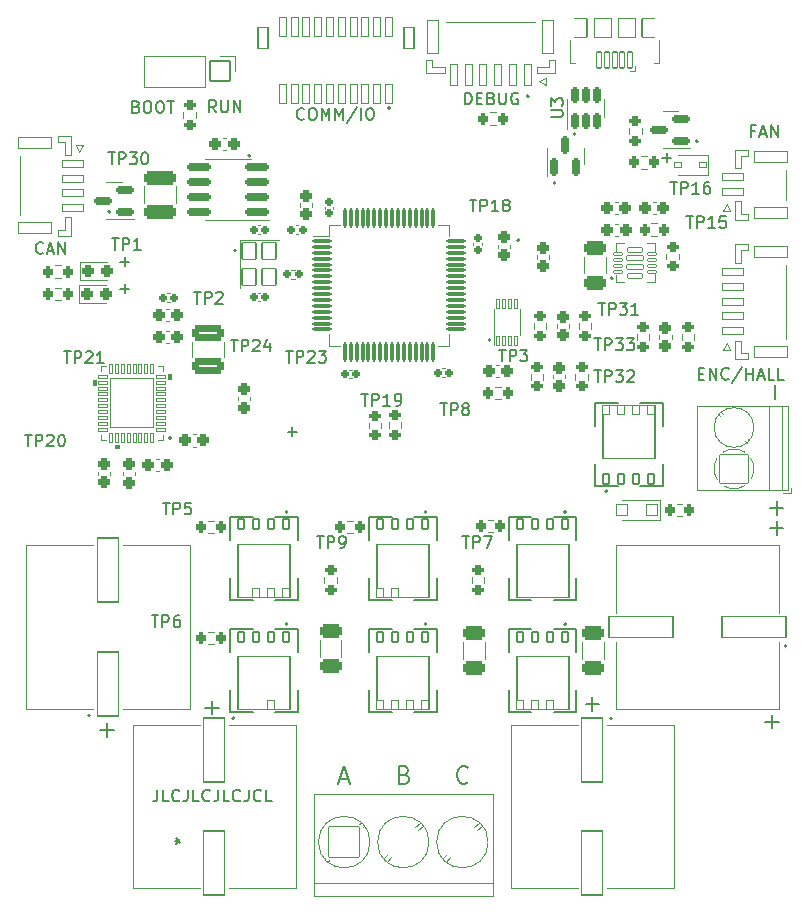
<source format=gto>
G04 #@! TF.GenerationSoftware,KiCad,Pcbnew,(6.0.2)*
G04 #@! TF.CreationDate,2022-07-31T17:13:20+02:00*
G04 #@! TF.ProjectId,progetto_motor_controller,70726f67-6574-4746-9f5f-6d6f746f725f,rev?*
G04 #@! TF.SameCoordinates,Original*
G04 #@! TF.FileFunction,Legend,Top*
G04 #@! TF.FilePolarity,Positive*
%FSLAX46Y46*%
G04 Gerber Fmt 4.6, Leading zero omitted, Abs format (unit mm)*
G04 Created by KiCad (PCBNEW (6.0.2)) date 2022-07-31 17:13:20*
%MOMM*%
%LPD*%
G01*
G04 APERTURE LIST*
G04 Aperture macros list*
%AMRoundRect*
0 Rectangle with rounded corners*
0 $1 Rounding radius*
0 $2 $3 $4 $5 $6 $7 $8 $9 X,Y pos of 4 corners*
0 Add a 4 corners polygon primitive as box body*
4,1,4,$2,$3,$4,$5,$6,$7,$8,$9,$2,$3,0*
0 Add four circle primitives for the rounded corners*
1,1,$1+$1,$2,$3*
1,1,$1+$1,$4,$5*
1,1,$1+$1,$6,$7*
1,1,$1+$1,$8,$9*
0 Add four rect primitives between the rounded corners*
20,1,$1+$1,$2,$3,$4,$5,0*
20,1,$1+$1,$4,$5,$6,$7,0*
20,1,$1+$1,$6,$7,$8,$9,0*
20,1,$1+$1,$8,$9,$2,$3,0*%
%AMFreePoly0*
4,1,14,0.305355,0.140355,0.320000,0.105000,0.320000,0.070500,0.304905,0.034700,0.124905,-0.140800,0.090000,-0.155000,-0.090000,-0.155000,-0.125355,-0.140355,-0.140000,-0.105000,-0.140000,0.105000,-0.125355,0.140355,-0.090000,0.155000,0.270000,0.155000,0.305355,0.140355,0.305355,0.140355,$1*%
%AMFreePoly1*
4,1,14,0.125355,0.140355,0.140000,0.105000,0.140000,-0.105000,0.125355,-0.140355,0.090000,-0.155000,-0.090000,-0.155000,-0.124905,-0.140800,-0.304905,0.034700,-0.320000,0.070500,-0.320000,0.105000,-0.305355,0.140355,-0.270000,0.155000,0.090000,0.155000,0.125355,0.140355,0.125355,0.140355,$1*%
G04 Aperture macros list end*
%ADD10C,0.200000*%
%ADD11C,0.153000*%
%ADD12C,0.160000*%
%ADD13C,0.150000*%
%ADD14C,0.120000*%
%ADD15C,0.100000*%
%ADD16RoundRect,0.250000X0.275000X-0.200000X0.275000X0.200000X-0.275000X0.200000X-0.275000X-0.200000X0*%
%ADD17RoundRect,0.268750X-0.218750X-0.256250X0.218750X-0.256250X0.218750X0.256250X-0.218750X0.256250X0*%
%ADD18RoundRect,0.050000X0.898499X-2.701899X0.898499X2.701899X-0.898499X2.701899X-0.898499X-2.701899X0*%
%ADD19RoundRect,0.050000X0.200000X0.675000X-0.200000X0.675000X-0.200000X-0.675000X0.200000X-0.675000X0*%
%ADD20O,1.350000X1.050000*%
%ADD21RoundRect,0.050000X0.600000X0.775000X-0.600000X0.775000X-0.600000X-0.775000X0.600000X-0.775000X0*%
%ADD22O,0.990000X1.650000*%
%ADD23RoundRect,0.050000X0.750000X0.775000X-0.750000X0.775000X-0.750000X-0.775000X0.750000X-0.775000X0*%
%ADD24RoundRect,0.250000X0.200000X0.275000X-0.200000X0.275000X-0.200000X-0.275000X0.200000X-0.275000X0*%
%ADD25RoundRect,0.050000X0.500000X0.500000X-0.500000X0.500000X-0.500000X-0.500000X0.500000X-0.500000X0*%
%ADD26RoundRect,0.300000X0.650000X-0.325000X0.650000X0.325000X-0.650000X0.325000X-0.650000X-0.325000X0*%
%ADD27C,1.100000*%
%ADD28RoundRect,0.250000X-0.200000X-0.275000X0.200000X-0.275000X0.200000X0.275000X-0.200000X0.275000X0*%
%ADD29RoundRect,0.050000X2.701899X0.898499X-2.701899X0.898499X-2.701899X-0.898499X2.701899X-0.898499X0*%
%ADD30RoundRect,0.190000X-0.140000X-0.170000X0.140000X-0.170000X0.140000X0.170000X-0.140000X0.170000X0*%
%ADD31RoundRect,0.050000X0.300000X0.400000X-0.300000X0.400000X-0.300000X-0.400000X0.300000X-0.400000X0*%
%ADD32RoundRect,0.050000X2.205000X2.275000X-2.205000X2.275000X-2.205000X-2.275000X2.205000X-2.275000X0*%
%ADD33RoundRect,0.050000X0.250000X0.425000X-0.250000X0.425000X-0.250000X-0.425000X0.250000X-0.425000X0*%
%ADD34RoundRect,0.300000X-1.075000X0.375000X-1.075000X-0.375000X1.075000X-0.375000X1.075000X0.375000X0*%
%ADD35RoundRect,0.275000X-0.225000X-0.250000X0.225000X-0.250000X0.225000X0.250000X-0.225000X0.250000X0*%
%ADD36RoundRect,0.275000X0.250000X-0.225000X0.250000X0.225000X-0.250000X0.225000X-0.250000X-0.225000X0*%
%ADD37RoundRect,0.050000X0.700000X-0.195000X0.700000X0.195000X-0.700000X0.195000X-0.700000X-0.195000X0*%
%ADD38RoundRect,0.050000X0.350000X-0.125000X0.350000X0.125000X-0.350000X0.125000X-0.350000X-0.125000X0*%
%ADD39RoundRect,0.050000X0.625000X-0.195000X0.625000X0.195000X-0.625000X0.195000X-0.625000X-0.195000X0*%
%ADD40RoundRect,0.275000X0.225000X0.250000X-0.225000X0.250000X-0.225000X-0.250000X0.225000X-0.250000X0*%
%ADD41RoundRect,0.050000X-0.150000X-0.400000X0.150000X-0.400000X0.150000X0.400000X-0.150000X0.400000X0*%
%ADD42RoundRect,0.250000X-0.275000X0.200000X-0.275000X-0.200000X0.275000X-0.200000X0.275000X0.200000X0*%
%ADD43C,0.900000*%
%ADD44C,6.500000*%
%ADD45RoundRect,0.200000X0.150000X-0.512500X0.150000X0.512500X-0.150000X0.512500X-0.150000X-0.512500X0*%
%ADD46RoundRect,0.190000X-0.170000X0.140000X-0.170000X-0.140000X0.170000X-0.140000X0.170000X0.140000X0*%
%ADD47RoundRect,0.050000X0.300000X0.225000X-0.300000X0.225000X-0.300000X-0.225000X0.300000X-0.225000X0*%
%ADD48RoundRect,0.050000X1.200000X-1.200000X1.200000X1.200000X-1.200000X1.200000X-1.200000X-1.200000X0*%
%ADD49C,2.500000*%
%ADD50RoundRect,0.125000X-0.700000X-0.075000X0.700000X-0.075000X0.700000X0.075000X-0.700000X0.075000X0*%
%ADD51RoundRect,0.125000X-0.075000X-0.700000X0.075000X-0.700000X0.075000X0.700000X-0.075000X0.700000X0*%
%ADD52RoundRect,0.050000X1.400000X-0.500000X1.400000X0.500000X-1.400000X0.500000X-1.400000X-0.500000X0*%
%ADD53RoundRect,0.050000X0.900000X-0.300000X0.900000X0.300000X-0.900000X0.300000X-0.900000X-0.300000X0*%
%ADD54RoundRect,0.190000X0.140000X0.170000X-0.140000X0.170000X-0.140000X-0.170000X0.140000X-0.170000X0*%
%ADD55RoundRect,0.190000X0.170000X-0.140000X0.170000X0.140000X-0.170000X0.140000X-0.170000X-0.140000X0*%
%ADD56RoundRect,0.200000X0.587500X0.150000X-0.587500X0.150000X-0.587500X-0.150000X0.587500X-0.150000X0*%
%ADD57RoundRect,0.050000X-1.400000X0.500000X-1.400000X-0.500000X1.400000X-0.500000X1.400000X0.500000X0*%
%ADD58RoundRect,0.050000X-0.900000X0.300000X-0.900000X-0.300000X0.900000X-0.300000X0.900000X0.300000X0*%
%ADD59RoundRect,0.200000X0.150000X-0.587500X0.150000X0.587500X-0.150000X0.587500X-0.150000X-0.587500X0*%
%ADD60RoundRect,0.050000X-0.898499X2.701899X-0.898499X-2.701899X0.898499X-2.701899X0.898499X2.701899X0*%
%ADD61RoundRect,0.050000X0.425000X0.900000X-0.425000X0.900000X-0.425000X-0.900000X0.425000X-0.900000X0*%
%ADD62RoundRect,0.050000X-0.300000X-0.800000X0.300000X-0.800000X0.300000X0.800000X-0.300000X0.800000X0*%
%ADD63RoundRect,0.050000X0.300000X0.800000X-0.300000X0.800000X-0.300000X-0.800000X0.300000X-0.800000X0*%
%ADD64RoundRect,0.275000X-0.250000X0.225000X-0.250000X-0.225000X0.250000X-0.225000X0.250000X0.225000X0*%
%ADD65RoundRect,0.050000X-1.300000X-1.300000X1.300000X-1.300000X1.300000X1.300000X-1.300000X1.300000X0*%
%ADD66C,2.700000*%
%ADD67RoundRect,0.050000X0.500000X1.400000X-0.500000X1.400000X-0.500000X-1.400000X0.500000X-1.400000X0*%
%ADD68RoundRect,0.050000X0.300000X0.900000X-0.300000X0.900000X-0.300000X-0.900000X0.300000X-0.900000X0*%
%ADD69RoundRect,0.050000X-0.850000X0.850000X-0.850000X-0.850000X0.850000X-0.850000X0.850000X0.850000X0*%
%ADD70O,1.800000X1.800000*%
%ADD71RoundRect,0.050000X-0.600000X0.700000X-0.600000X-0.700000X0.600000X-0.700000X0.600000X0.700000X0*%
%ADD72RoundRect,0.050000X-0.378599X0.127400X-0.378599X-0.127400X0.378599X-0.127400X0.378599X0.127400X0*%
%ADD73RoundRect,0.050000X0.127400X0.378599X-0.127400X0.378599X-0.127400X-0.378599X0.127400X-0.378599X0*%
%ADD74RoundRect,0.050000X1.854200X2.095500X-1.854200X2.095500X-1.854200X-2.095500X1.854200X-2.095500X0*%
%ADD75RoundRect,0.300000X-1.075000X0.312500X-1.075000X-0.312500X1.075000X-0.312500X1.075000X0.312500X0*%
%ADD76RoundRect,0.050000X-2.205000X-2.275000X2.205000X-2.275000X2.205000X2.275000X-2.205000X2.275000X0*%
%ADD77RoundRect,0.050000X-0.300000X-0.400000X0.300000X-0.400000X0.300000X0.400000X-0.300000X0.400000X0*%
%ADD78RoundRect,0.050000X-0.250000X-0.425000X0.250000X-0.425000X0.250000X0.425000X-0.250000X0.425000X0*%
%ADD79RoundRect,0.200000X0.825000X0.150000X-0.825000X0.150000X-0.825000X-0.150000X0.825000X-0.150000X0*%
%ADD80RoundRect,0.185000X0.135000X0.185000X-0.135000X0.185000X-0.135000X-0.185000X0.135000X-0.185000X0*%
%ADD81FreePoly0,0.000000*%
%ADD82FreePoly1,180.000000*%
%ADD83FreePoly0,180.000000*%
%ADD84FreePoly1,0.000000*%
%ADD85RoundRect,0.050000X0.000000X-0.339411X0.339411X0.000000X0.000000X0.339411X-0.339411X0.000000X0*%
G04 APERTURE END LIST*
D10*
X125850000Y-96200000D02*
G75*
G03*
X125850000Y-96200000I-100000J0D01*
G01*
X101850000Y-97050000D02*
G75*
G03*
X101850000Y-97050000I-100000J0D01*
G01*
X130600000Y-87200000D02*
G75*
G03*
X130600000Y-87200000I-100000J0D01*
G01*
X126650000Y-84000000D02*
G75*
G03*
X126650000Y-84000000I-100000J0D01*
G01*
X128900000Y-91350000D02*
G75*
G03*
X128900000Y-91350000I-100000J0D01*
G01*
X114900000Y-85000000D02*
G75*
G03*
X114900000Y-85000000I-100000J0D01*
G01*
X123400000Y-104650000D02*
G75*
G03*
X123400000Y-104650000I-100000J0D01*
G01*
X103050000Y-89050000D02*
G75*
G03*
X103050000Y-89050000I-100000J0D01*
G01*
X140950000Y-87800000D02*
G75*
G03*
X140950000Y-87800000I-100000J0D01*
G01*
X91200000Y-93800000D02*
G75*
G03*
X91200000Y-93800000I-100000J0D01*
G01*
X147028571Y-120557142D02*
X148171428Y-120557142D01*
X147600000Y-121128571D02*
X147600000Y-119985714D01*
X147028571Y-118857142D02*
X148171428Y-118857142D01*
X147600000Y-119428571D02*
X147600000Y-118285714D01*
D11*
X106219047Y-112421428D02*
X106980952Y-112421428D01*
X106600000Y-112802380D02*
X106600000Y-112040476D01*
D10*
X99228571Y-135757142D02*
X100371428Y-135757142D01*
X99800000Y-136328571D02*
X99800000Y-135185714D01*
X121464285Y-142085714D02*
X121392857Y-142157142D01*
X121178571Y-142228571D01*
X121035714Y-142228571D01*
X120821428Y-142157142D01*
X120678571Y-142014285D01*
X120607142Y-141871428D01*
X120535714Y-141585714D01*
X120535714Y-141371428D01*
X120607142Y-141085714D01*
X120678571Y-140942857D01*
X120821428Y-140800000D01*
X121035714Y-140728571D01*
X121178571Y-140728571D01*
X121392857Y-140800000D01*
X121464285Y-140871428D01*
X116107142Y-141442857D02*
X116321428Y-141514285D01*
X116392857Y-141585714D01*
X116464285Y-141728571D01*
X116464285Y-141942857D01*
X116392857Y-142085714D01*
X116321428Y-142157142D01*
X116178571Y-142228571D01*
X115607142Y-142228571D01*
X115607142Y-140728571D01*
X116107142Y-140728571D01*
X116250000Y-140800000D01*
X116321428Y-140871428D01*
X116392857Y-141014285D01*
X116392857Y-141157142D01*
X116321428Y-141300000D01*
X116250000Y-141371428D01*
X116107142Y-141442857D01*
X115607142Y-141442857D01*
D11*
X137919047Y-89221428D02*
X138680952Y-89221428D01*
X138300000Y-89602380D02*
X138300000Y-88840476D01*
D10*
X90328571Y-137657142D02*
X91471428Y-137657142D01*
X90900000Y-138228571D02*
X90900000Y-137085714D01*
X121211904Y-84702380D02*
X121211904Y-83702380D01*
X121450000Y-83702380D01*
X121592857Y-83750000D01*
X121688095Y-83845238D01*
X121735714Y-83940476D01*
X121783333Y-84130952D01*
X121783333Y-84273809D01*
X121735714Y-84464285D01*
X121688095Y-84559523D01*
X121592857Y-84654761D01*
X121450000Y-84702380D01*
X121211904Y-84702380D01*
X122211904Y-84178571D02*
X122545238Y-84178571D01*
X122688095Y-84702380D02*
X122211904Y-84702380D01*
X122211904Y-83702380D01*
X122688095Y-83702380D01*
X123450000Y-84178571D02*
X123592857Y-84226190D01*
X123640476Y-84273809D01*
X123688095Y-84369047D01*
X123688095Y-84511904D01*
X123640476Y-84607142D01*
X123592857Y-84654761D01*
X123497619Y-84702380D01*
X123116666Y-84702380D01*
X123116666Y-83702380D01*
X123450000Y-83702380D01*
X123545238Y-83750000D01*
X123592857Y-83797619D01*
X123640476Y-83892857D01*
X123640476Y-83988095D01*
X123592857Y-84083333D01*
X123545238Y-84130952D01*
X123450000Y-84178571D01*
X123116666Y-84178571D01*
X124116666Y-83702380D02*
X124116666Y-84511904D01*
X124164285Y-84607142D01*
X124211904Y-84654761D01*
X124307142Y-84702380D01*
X124497619Y-84702380D01*
X124592857Y-84654761D01*
X124640476Y-84607142D01*
X124688095Y-84511904D01*
X124688095Y-83702380D01*
X125688095Y-83750000D02*
X125592857Y-83702380D01*
X125450000Y-83702380D01*
X125307142Y-83750000D01*
X125211904Y-83845238D01*
X125164285Y-83940476D01*
X125116666Y-84130952D01*
X125116666Y-84273809D01*
X125164285Y-84464285D01*
X125211904Y-84559523D01*
X125307142Y-84654761D01*
X125450000Y-84702380D01*
X125545238Y-84702380D01*
X125688095Y-84654761D01*
X125735714Y-84607142D01*
X125735714Y-84273809D01*
X125545238Y-84273809D01*
D11*
X92019047Y-100321428D02*
X92780952Y-100321428D01*
X92400000Y-100702380D02*
X92400000Y-99940476D01*
X92019047Y-98021428D02*
X92780952Y-98021428D01*
X92400000Y-98402380D02*
X92400000Y-97640476D01*
D10*
X107607142Y-85907142D02*
X107559523Y-85954761D01*
X107416666Y-86002380D01*
X107321428Y-86002380D01*
X107178571Y-85954761D01*
X107083333Y-85859523D01*
X107035714Y-85764285D01*
X106988095Y-85573809D01*
X106988095Y-85430952D01*
X107035714Y-85240476D01*
X107083333Y-85145238D01*
X107178571Y-85050000D01*
X107321428Y-85002380D01*
X107416666Y-85002380D01*
X107559523Y-85050000D01*
X107607142Y-85097619D01*
X108226190Y-85002380D02*
X108416666Y-85002380D01*
X108511904Y-85050000D01*
X108607142Y-85145238D01*
X108654761Y-85335714D01*
X108654761Y-85669047D01*
X108607142Y-85859523D01*
X108511904Y-85954761D01*
X108416666Y-86002380D01*
X108226190Y-86002380D01*
X108130952Y-85954761D01*
X108035714Y-85859523D01*
X107988095Y-85669047D01*
X107988095Y-85335714D01*
X108035714Y-85145238D01*
X108130952Y-85050000D01*
X108226190Y-85002380D01*
X109083333Y-86002380D02*
X109083333Y-85002380D01*
X109416666Y-85716666D01*
X109750000Y-85002380D01*
X109750000Y-86002380D01*
X110226190Y-86002380D02*
X110226190Y-85002380D01*
X110559523Y-85716666D01*
X110892857Y-85002380D01*
X110892857Y-86002380D01*
X112083333Y-84954761D02*
X111226190Y-86240476D01*
X112416666Y-86002380D02*
X112416666Y-85002380D01*
X113083333Y-85002380D02*
X113273809Y-85002380D01*
X113369047Y-85050000D01*
X113464285Y-85145238D01*
X113511904Y-85335714D01*
X113511904Y-85669047D01*
X113464285Y-85859523D01*
X113369047Y-85954761D01*
X113273809Y-86002380D01*
X113083333Y-86002380D01*
X112988095Y-85954761D01*
X112892857Y-85859523D01*
X112845238Y-85669047D01*
X112845238Y-85335714D01*
X112892857Y-85145238D01*
X112988095Y-85050000D01*
X113083333Y-85002380D01*
X145740476Y-86928571D02*
X145407142Y-86928571D01*
X145407142Y-87452380D02*
X145407142Y-86452380D01*
X145883333Y-86452380D01*
X146216666Y-87166666D02*
X146692857Y-87166666D01*
X146121428Y-87452380D02*
X146454761Y-86452380D01*
X146788095Y-87452380D01*
X147121428Y-87452380D02*
X147121428Y-86452380D01*
X147692857Y-87452380D01*
X147692857Y-86452380D01*
X146628571Y-136957142D02*
X147771428Y-136957142D01*
X147200000Y-137528571D02*
X147200000Y-136385714D01*
D12*
X95180952Y-142702380D02*
X95180952Y-143416666D01*
X95133333Y-143559523D01*
X95038095Y-143654761D01*
X94895238Y-143702380D01*
X94800000Y-143702380D01*
X96133333Y-143702380D02*
X95657142Y-143702380D01*
X95657142Y-142702380D01*
X97038095Y-143607142D02*
X96990476Y-143654761D01*
X96847619Y-143702380D01*
X96752380Y-143702380D01*
X96609523Y-143654761D01*
X96514285Y-143559523D01*
X96466666Y-143464285D01*
X96419047Y-143273809D01*
X96419047Y-143130952D01*
X96466666Y-142940476D01*
X96514285Y-142845238D01*
X96609523Y-142750000D01*
X96752380Y-142702380D01*
X96847619Y-142702380D01*
X96990476Y-142750000D01*
X97038095Y-142797619D01*
X97752380Y-142702380D02*
X97752380Y-143416666D01*
X97704761Y-143559523D01*
X97609523Y-143654761D01*
X97466666Y-143702380D01*
X97371428Y-143702380D01*
X98704761Y-143702380D02*
X98228571Y-143702380D01*
X98228571Y-142702380D01*
X99609523Y-143607142D02*
X99561904Y-143654761D01*
X99419047Y-143702380D01*
X99323809Y-143702380D01*
X99180952Y-143654761D01*
X99085714Y-143559523D01*
X99038095Y-143464285D01*
X98990476Y-143273809D01*
X98990476Y-143130952D01*
X99038095Y-142940476D01*
X99085714Y-142845238D01*
X99180952Y-142750000D01*
X99323809Y-142702380D01*
X99419047Y-142702380D01*
X99561904Y-142750000D01*
X99609523Y-142797619D01*
X100323809Y-142702380D02*
X100323809Y-143416666D01*
X100276190Y-143559523D01*
X100180952Y-143654761D01*
X100038095Y-143702380D01*
X99942857Y-143702380D01*
X101276190Y-143702380D02*
X100800000Y-143702380D01*
X100800000Y-142702380D01*
X102180952Y-143607142D02*
X102133333Y-143654761D01*
X101990476Y-143702380D01*
X101895238Y-143702380D01*
X101752380Y-143654761D01*
X101657142Y-143559523D01*
X101609523Y-143464285D01*
X101561904Y-143273809D01*
X101561904Y-143130952D01*
X101609523Y-142940476D01*
X101657142Y-142845238D01*
X101752380Y-142750000D01*
X101895238Y-142702380D01*
X101990476Y-142702380D01*
X102133333Y-142750000D01*
X102180952Y-142797619D01*
X102895238Y-142702380D02*
X102895238Y-143416666D01*
X102847619Y-143559523D01*
X102752380Y-143654761D01*
X102609523Y-143702380D01*
X102514285Y-143702380D01*
X103942857Y-143607142D02*
X103895238Y-143654761D01*
X103752380Y-143702380D01*
X103657142Y-143702380D01*
X103514285Y-143654761D01*
X103419047Y-143559523D01*
X103371428Y-143464285D01*
X103323809Y-143273809D01*
X103323809Y-143130952D01*
X103371428Y-142940476D01*
X103419047Y-142845238D01*
X103514285Y-142750000D01*
X103657142Y-142702380D01*
X103752380Y-142702380D01*
X103895238Y-142750000D01*
X103942857Y-142797619D01*
X104847619Y-143702380D02*
X104371428Y-143702380D01*
X104371428Y-142702380D01*
D10*
X100161904Y-85352380D02*
X99828571Y-84876190D01*
X99590476Y-85352380D02*
X99590476Y-84352380D01*
X99971428Y-84352380D01*
X100066666Y-84400000D01*
X100114285Y-84447619D01*
X100161904Y-84542857D01*
X100161904Y-84685714D01*
X100114285Y-84780952D01*
X100066666Y-84828571D01*
X99971428Y-84876190D01*
X99590476Y-84876190D01*
X100590476Y-84352380D02*
X100590476Y-85161904D01*
X100638095Y-85257142D01*
X100685714Y-85304761D01*
X100780952Y-85352380D01*
X100971428Y-85352380D01*
X101066666Y-85304761D01*
X101114285Y-85257142D01*
X101161904Y-85161904D01*
X101161904Y-84352380D01*
X101638095Y-85352380D02*
X101638095Y-84352380D01*
X102209523Y-85352380D01*
X102209523Y-84352380D01*
X85507142Y-97257142D02*
X85459523Y-97304761D01*
X85316666Y-97352380D01*
X85221428Y-97352380D01*
X85078571Y-97304761D01*
X84983333Y-97209523D01*
X84935714Y-97114285D01*
X84888095Y-96923809D01*
X84888095Y-96780952D01*
X84935714Y-96590476D01*
X84983333Y-96495238D01*
X85078571Y-96400000D01*
X85221428Y-96352380D01*
X85316666Y-96352380D01*
X85459523Y-96400000D01*
X85507142Y-96447619D01*
X85888095Y-97066666D02*
X86364285Y-97066666D01*
X85792857Y-97352380D02*
X86126190Y-96352380D01*
X86459523Y-97352380D01*
X86792857Y-97352380D02*
X86792857Y-96352380D01*
X87364285Y-97352380D01*
X87364285Y-96352380D01*
X131428571Y-135457142D02*
X132571428Y-135457142D01*
X132000000Y-136028571D02*
X132000000Y-134885714D01*
X93392857Y-84878571D02*
X93535714Y-84926190D01*
X93583333Y-84973809D01*
X93630952Y-85069047D01*
X93630952Y-85211904D01*
X93583333Y-85307142D01*
X93535714Y-85354761D01*
X93440476Y-85402380D01*
X93059523Y-85402380D01*
X93059523Y-84402380D01*
X93392857Y-84402380D01*
X93488095Y-84450000D01*
X93535714Y-84497619D01*
X93583333Y-84592857D01*
X93583333Y-84688095D01*
X93535714Y-84783333D01*
X93488095Y-84830952D01*
X93392857Y-84878571D01*
X93059523Y-84878571D01*
X94250000Y-84402380D02*
X94440476Y-84402380D01*
X94535714Y-84450000D01*
X94630952Y-84545238D01*
X94678571Y-84735714D01*
X94678571Y-85069047D01*
X94630952Y-85259523D01*
X94535714Y-85354761D01*
X94440476Y-85402380D01*
X94250000Y-85402380D01*
X94154761Y-85354761D01*
X94059523Y-85259523D01*
X94011904Y-85069047D01*
X94011904Y-84735714D01*
X94059523Y-84545238D01*
X94154761Y-84450000D01*
X94250000Y-84402380D01*
X95297619Y-84402380D02*
X95488095Y-84402380D01*
X95583333Y-84450000D01*
X95678571Y-84545238D01*
X95726190Y-84735714D01*
X95726190Y-85069047D01*
X95678571Y-85259523D01*
X95583333Y-85354761D01*
X95488095Y-85402380D01*
X95297619Y-85402380D01*
X95202380Y-85354761D01*
X95107142Y-85259523D01*
X95059523Y-85069047D01*
X95059523Y-84735714D01*
X95107142Y-84545238D01*
X95202380Y-84450000D01*
X95297619Y-84402380D01*
X96011904Y-84402380D02*
X96583333Y-84402380D01*
X96297619Y-85402380D02*
X96297619Y-84402380D01*
X147507142Y-109621428D02*
X147507142Y-108478571D01*
X141026190Y-107478571D02*
X141359523Y-107478571D01*
X141502380Y-108002380D02*
X141026190Y-108002380D01*
X141026190Y-107002380D01*
X141502380Y-107002380D01*
X141930952Y-108002380D02*
X141930952Y-107002380D01*
X142502380Y-108002380D01*
X142502380Y-107002380D01*
X143550000Y-107907142D02*
X143502380Y-107954761D01*
X143359523Y-108002380D01*
X143264285Y-108002380D01*
X143121428Y-107954761D01*
X143026190Y-107859523D01*
X142978571Y-107764285D01*
X142930952Y-107573809D01*
X142930952Y-107430952D01*
X142978571Y-107240476D01*
X143026190Y-107145238D01*
X143121428Y-107050000D01*
X143264285Y-107002380D01*
X143359523Y-107002380D01*
X143502380Y-107050000D01*
X143550000Y-107097619D01*
X144692857Y-106954761D02*
X143835714Y-108240476D01*
X145026190Y-108002380D02*
X145026190Y-107002380D01*
X145026190Y-107478571D02*
X145597619Y-107478571D01*
X145597619Y-108002380D02*
X145597619Y-107002380D01*
X146026190Y-107716666D02*
X146502380Y-107716666D01*
X145930952Y-108002380D02*
X146264285Y-107002380D01*
X146597619Y-108002380D01*
X147407142Y-108002380D02*
X146930952Y-108002380D01*
X146930952Y-107002380D01*
X148216666Y-108002380D02*
X147740476Y-108002380D01*
X147740476Y-107002380D01*
X110642857Y-141800000D02*
X111357142Y-141800000D01*
X110500000Y-142228571D02*
X111000000Y-140728571D01*
X111500000Y-142228571D01*
D11*
X119138095Y-110002380D02*
X119709523Y-110002380D01*
X119423809Y-111002380D02*
X119423809Y-110002380D01*
X120042857Y-111002380D02*
X120042857Y-110002380D01*
X120423809Y-110002380D01*
X120519047Y-110050000D01*
X120566666Y-110097619D01*
X120614285Y-110192857D01*
X120614285Y-110335714D01*
X120566666Y-110430952D01*
X120519047Y-110478571D01*
X120423809Y-110526190D01*
X120042857Y-110526190D01*
X121185714Y-110430952D02*
X121090476Y-110383333D01*
X121042857Y-110335714D01*
X120995238Y-110240476D01*
X120995238Y-110192857D01*
X121042857Y-110097619D01*
X121090476Y-110050000D01*
X121185714Y-110002380D01*
X121376190Y-110002380D01*
X121471428Y-110050000D01*
X121519047Y-110097619D01*
X121566666Y-110192857D01*
X121566666Y-110240476D01*
X121519047Y-110335714D01*
X121471428Y-110383333D01*
X121376190Y-110430952D01*
X121185714Y-110430952D01*
X121090476Y-110478571D01*
X121042857Y-110526190D01*
X120995238Y-110621428D01*
X120995238Y-110811904D01*
X121042857Y-110907142D01*
X121090476Y-110954761D01*
X121185714Y-111002380D01*
X121376190Y-111002380D01*
X121471428Y-110954761D01*
X121519047Y-110907142D01*
X121566666Y-110811904D01*
X121566666Y-110621428D01*
X121519047Y-110526190D01*
X121471428Y-110478571D01*
X121376190Y-110430952D01*
X139961904Y-94152380D02*
X140533333Y-94152380D01*
X140247619Y-95152380D02*
X140247619Y-94152380D01*
X140866666Y-95152380D02*
X140866666Y-94152380D01*
X141247619Y-94152380D01*
X141342857Y-94200000D01*
X141390476Y-94247619D01*
X141438095Y-94342857D01*
X141438095Y-94485714D01*
X141390476Y-94580952D01*
X141342857Y-94628571D01*
X141247619Y-94676190D01*
X140866666Y-94676190D01*
X142390476Y-95152380D02*
X141819047Y-95152380D01*
X142104761Y-95152380D02*
X142104761Y-94152380D01*
X142009523Y-94295238D01*
X141914285Y-94390476D01*
X141819047Y-94438095D01*
X143295238Y-94152380D02*
X142819047Y-94152380D01*
X142771428Y-94628571D01*
X142819047Y-94580952D01*
X142914285Y-94533333D01*
X143152380Y-94533333D01*
X143247619Y-94580952D01*
X143295238Y-94628571D01*
X143342857Y-94723809D01*
X143342857Y-94961904D01*
X143295238Y-95057142D01*
X143247619Y-95104761D01*
X143152380Y-95152380D01*
X142914285Y-95152380D01*
X142819047Y-95104761D01*
X142771428Y-95057142D01*
D13*
X108688095Y-121252380D02*
X109259523Y-121252380D01*
X108973809Y-122252380D02*
X108973809Y-121252380D01*
X109592857Y-122252380D02*
X109592857Y-121252380D01*
X109973809Y-121252380D01*
X110069047Y-121300000D01*
X110116666Y-121347619D01*
X110164285Y-121442857D01*
X110164285Y-121585714D01*
X110116666Y-121680952D01*
X110069047Y-121728571D01*
X109973809Y-121776190D01*
X109592857Y-121776190D01*
X110640476Y-122252380D02*
X110830952Y-122252380D01*
X110926190Y-122204761D01*
X110973809Y-122157142D01*
X111069047Y-122014285D01*
X111116666Y-121823809D01*
X111116666Y-121442857D01*
X111069047Y-121347619D01*
X111021428Y-121300000D01*
X110926190Y-121252380D01*
X110735714Y-121252380D01*
X110640476Y-121300000D01*
X110592857Y-121347619D01*
X110545238Y-121442857D01*
X110545238Y-121680952D01*
X110592857Y-121776190D01*
X110640476Y-121823809D01*
X110735714Y-121871428D01*
X110926190Y-121871428D01*
X111021428Y-121823809D01*
X111069047Y-121776190D01*
X111116666Y-121680952D01*
D11*
X112461904Y-109202380D02*
X113033333Y-109202380D01*
X112747619Y-110202380D02*
X112747619Y-109202380D01*
X113366666Y-110202380D02*
X113366666Y-109202380D01*
X113747619Y-109202380D01*
X113842857Y-109250000D01*
X113890476Y-109297619D01*
X113938095Y-109392857D01*
X113938095Y-109535714D01*
X113890476Y-109630952D01*
X113842857Y-109678571D01*
X113747619Y-109726190D01*
X113366666Y-109726190D01*
X114890476Y-110202380D02*
X114319047Y-110202380D01*
X114604761Y-110202380D02*
X114604761Y-109202380D01*
X114509523Y-109345238D01*
X114414285Y-109440476D01*
X114319047Y-109488095D01*
X115366666Y-110202380D02*
X115557142Y-110202380D01*
X115652380Y-110154761D01*
X115700000Y-110107142D01*
X115795238Y-109964285D01*
X115842857Y-109773809D01*
X115842857Y-109392857D01*
X115795238Y-109297619D01*
X115747619Y-109250000D01*
X115652380Y-109202380D01*
X115461904Y-109202380D01*
X115366666Y-109250000D01*
X115319047Y-109297619D01*
X115271428Y-109392857D01*
X115271428Y-109630952D01*
X115319047Y-109726190D01*
X115366666Y-109773809D01*
X115461904Y-109821428D01*
X115652380Y-109821428D01*
X115747619Y-109773809D01*
X115795238Y-109726190D01*
X115842857Y-109630952D01*
X132161904Y-104502380D02*
X132733333Y-104502380D01*
X132447619Y-105502380D02*
X132447619Y-104502380D01*
X133066666Y-105502380D02*
X133066666Y-104502380D01*
X133447619Y-104502380D01*
X133542857Y-104550000D01*
X133590476Y-104597619D01*
X133638095Y-104692857D01*
X133638095Y-104835714D01*
X133590476Y-104930952D01*
X133542857Y-104978571D01*
X133447619Y-105026190D01*
X133066666Y-105026190D01*
X133971428Y-104502380D02*
X134590476Y-104502380D01*
X134257142Y-104883333D01*
X134400000Y-104883333D01*
X134495238Y-104930952D01*
X134542857Y-104978571D01*
X134590476Y-105073809D01*
X134590476Y-105311904D01*
X134542857Y-105407142D01*
X134495238Y-105454761D01*
X134400000Y-105502380D01*
X134114285Y-105502380D01*
X134019047Y-105454761D01*
X133971428Y-105407142D01*
X134923809Y-104502380D02*
X135542857Y-104502380D01*
X135209523Y-104883333D01*
X135352380Y-104883333D01*
X135447619Y-104930952D01*
X135495238Y-104978571D01*
X135542857Y-105073809D01*
X135542857Y-105311904D01*
X135495238Y-105407142D01*
X135447619Y-105454761D01*
X135352380Y-105502380D01*
X135066666Y-105502380D01*
X134971428Y-105454761D01*
X134923809Y-105407142D01*
D13*
X128502380Y-85761904D02*
X129311904Y-85761904D01*
X129407142Y-85714285D01*
X129454761Y-85666666D01*
X129502380Y-85571428D01*
X129502380Y-85380952D01*
X129454761Y-85285714D01*
X129407142Y-85238095D01*
X129311904Y-85190476D01*
X128502380Y-85190476D01*
X128502380Y-84809523D02*
X128502380Y-84190476D01*
X128883333Y-84523809D01*
X128883333Y-84380952D01*
X128930952Y-84285714D01*
X128978571Y-84238095D01*
X129073809Y-84190476D01*
X129311904Y-84190476D01*
X129407142Y-84238095D01*
X129454761Y-84285714D01*
X129502380Y-84380952D01*
X129502380Y-84666666D01*
X129454761Y-84761904D01*
X129407142Y-84809523D01*
D11*
X91011904Y-88752380D02*
X91583333Y-88752380D01*
X91297619Y-89752380D02*
X91297619Y-88752380D01*
X91916666Y-89752380D02*
X91916666Y-88752380D01*
X92297619Y-88752380D01*
X92392857Y-88800000D01*
X92440476Y-88847619D01*
X92488095Y-88942857D01*
X92488095Y-89085714D01*
X92440476Y-89180952D01*
X92392857Y-89228571D01*
X92297619Y-89276190D01*
X91916666Y-89276190D01*
X92821428Y-88752380D02*
X93440476Y-88752380D01*
X93107142Y-89133333D01*
X93250000Y-89133333D01*
X93345238Y-89180952D01*
X93392857Y-89228571D01*
X93440476Y-89323809D01*
X93440476Y-89561904D01*
X93392857Y-89657142D01*
X93345238Y-89704761D01*
X93250000Y-89752380D01*
X92964285Y-89752380D01*
X92869047Y-89704761D01*
X92821428Y-89657142D01*
X94059523Y-88752380D02*
X94154761Y-88752380D01*
X94250000Y-88800000D01*
X94297619Y-88847619D01*
X94345238Y-88942857D01*
X94392857Y-89133333D01*
X94392857Y-89371428D01*
X94345238Y-89561904D01*
X94297619Y-89657142D01*
X94250000Y-89704761D01*
X94154761Y-89752380D01*
X94059523Y-89752380D01*
X93964285Y-89704761D01*
X93916666Y-89657142D01*
X93869047Y-89561904D01*
X93821428Y-89371428D01*
X93821428Y-89133333D01*
X93869047Y-88942857D01*
X93916666Y-88847619D01*
X93964285Y-88800000D01*
X94059523Y-88752380D01*
X121013095Y-121252380D02*
X121584523Y-121252380D01*
X121298809Y-122252380D02*
X121298809Y-121252380D01*
X121917857Y-122252380D02*
X121917857Y-121252380D01*
X122298809Y-121252380D01*
X122394047Y-121300000D01*
X122441666Y-121347619D01*
X122489285Y-121442857D01*
X122489285Y-121585714D01*
X122441666Y-121680952D01*
X122394047Y-121728571D01*
X122298809Y-121776190D01*
X121917857Y-121776190D01*
X122822619Y-121252380D02*
X123489285Y-121252380D01*
X123060714Y-122252380D01*
X95638095Y-118402380D02*
X96209523Y-118402380D01*
X95923809Y-119402380D02*
X95923809Y-118402380D01*
X96542857Y-119402380D02*
X96542857Y-118402380D01*
X96923809Y-118402380D01*
X97019047Y-118450000D01*
X97066666Y-118497619D01*
X97114285Y-118592857D01*
X97114285Y-118735714D01*
X97066666Y-118830952D01*
X97019047Y-118878571D01*
X96923809Y-118926190D01*
X96542857Y-118926190D01*
X98019047Y-118402380D02*
X97542857Y-118402380D01*
X97495238Y-118878571D01*
X97542857Y-118830952D01*
X97638095Y-118783333D01*
X97876190Y-118783333D01*
X97971428Y-118830952D01*
X98019047Y-118878571D01*
X98066666Y-118973809D01*
X98066666Y-119211904D01*
X98019047Y-119307142D01*
X97971428Y-119354761D01*
X97876190Y-119402380D01*
X97638095Y-119402380D01*
X97542857Y-119354761D01*
X97495238Y-119307142D01*
X138611904Y-91252380D02*
X139183333Y-91252380D01*
X138897619Y-92252380D02*
X138897619Y-91252380D01*
X139516666Y-92252380D02*
X139516666Y-91252380D01*
X139897619Y-91252380D01*
X139992857Y-91300000D01*
X140040476Y-91347619D01*
X140088095Y-91442857D01*
X140088095Y-91585714D01*
X140040476Y-91680952D01*
X139992857Y-91728571D01*
X139897619Y-91776190D01*
X139516666Y-91776190D01*
X141040476Y-92252380D02*
X140469047Y-92252380D01*
X140754761Y-92252380D02*
X140754761Y-91252380D01*
X140659523Y-91395238D01*
X140564285Y-91490476D01*
X140469047Y-91538095D01*
X141897619Y-91252380D02*
X141707142Y-91252380D01*
X141611904Y-91300000D01*
X141564285Y-91347619D01*
X141469047Y-91490476D01*
X141421428Y-91680952D01*
X141421428Y-92061904D01*
X141469047Y-92157142D01*
X141516666Y-92204761D01*
X141611904Y-92252380D01*
X141802380Y-92252380D01*
X141897619Y-92204761D01*
X141945238Y-92157142D01*
X141992857Y-92061904D01*
X141992857Y-91823809D01*
X141945238Y-91728571D01*
X141897619Y-91680952D01*
X141802380Y-91633333D01*
X141611904Y-91633333D01*
X141516666Y-91680952D01*
X141469047Y-91728571D01*
X141421428Y-91823809D01*
X94688095Y-127952380D02*
X95259523Y-127952380D01*
X94973809Y-128952380D02*
X94973809Y-127952380D01*
X95592857Y-128952380D02*
X95592857Y-127952380D01*
X95973809Y-127952380D01*
X96069047Y-128000000D01*
X96116666Y-128047619D01*
X96164285Y-128142857D01*
X96164285Y-128285714D01*
X96116666Y-128380952D01*
X96069047Y-128428571D01*
X95973809Y-128476190D01*
X95592857Y-128476190D01*
X97021428Y-127952380D02*
X96830952Y-127952380D01*
X96735714Y-128000000D01*
X96688095Y-128047619D01*
X96592857Y-128190476D01*
X96545238Y-128380952D01*
X96545238Y-128761904D01*
X96592857Y-128857142D01*
X96640476Y-128904761D01*
X96735714Y-128952380D01*
X96926190Y-128952380D01*
X97021428Y-128904761D01*
X97069047Y-128857142D01*
X97116666Y-128761904D01*
X97116666Y-128523809D01*
X97069047Y-128428571D01*
X97021428Y-128380952D01*
X96926190Y-128333333D01*
X96735714Y-128333333D01*
X96640476Y-128380952D01*
X96592857Y-128428571D01*
X96545238Y-128523809D01*
X132511904Y-101502380D02*
X133083333Y-101502380D01*
X132797619Y-102502380D02*
X132797619Y-101502380D01*
X133416666Y-102502380D02*
X133416666Y-101502380D01*
X133797619Y-101502380D01*
X133892857Y-101550000D01*
X133940476Y-101597619D01*
X133988095Y-101692857D01*
X133988095Y-101835714D01*
X133940476Y-101930952D01*
X133892857Y-101978571D01*
X133797619Y-102026190D01*
X133416666Y-102026190D01*
X134321428Y-101502380D02*
X134940476Y-101502380D01*
X134607142Y-101883333D01*
X134750000Y-101883333D01*
X134845238Y-101930952D01*
X134892857Y-101978571D01*
X134940476Y-102073809D01*
X134940476Y-102311904D01*
X134892857Y-102407142D01*
X134845238Y-102454761D01*
X134750000Y-102502380D01*
X134464285Y-102502380D01*
X134369047Y-102454761D01*
X134321428Y-102407142D01*
X135892857Y-102502380D02*
X135321428Y-102502380D01*
X135607142Y-102502380D02*
X135607142Y-101502380D01*
X135511904Y-101645238D01*
X135416666Y-101740476D01*
X135321428Y-101788095D01*
X87266904Y-105602380D02*
X87838333Y-105602380D01*
X87552619Y-106602380D02*
X87552619Y-105602380D01*
X88171666Y-106602380D02*
X88171666Y-105602380D01*
X88552619Y-105602380D01*
X88647857Y-105650000D01*
X88695476Y-105697619D01*
X88743095Y-105792857D01*
X88743095Y-105935714D01*
X88695476Y-106030952D01*
X88647857Y-106078571D01*
X88552619Y-106126190D01*
X88171666Y-106126190D01*
X89124047Y-105697619D02*
X89171666Y-105650000D01*
X89266904Y-105602380D01*
X89505000Y-105602380D01*
X89600238Y-105650000D01*
X89647857Y-105697619D01*
X89695476Y-105792857D01*
X89695476Y-105888095D01*
X89647857Y-106030952D01*
X89076428Y-106602380D01*
X89695476Y-106602380D01*
X90647857Y-106602380D02*
X90076428Y-106602380D01*
X90362142Y-106602380D02*
X90362142Y-105602380D01*
X90266904Y-105745238D01*
X90171666Y-105840476D01*
X90076428Y-105888095D01*
D13*
X83961904Y-112652380D02*
X84533333Y-112652380D01*
X84247619Y-113652380D02*
X84247619Y-112652380D01*
X84866666Y-113652380D02*
X84866666Y-112652380D01*
X85247619Y-112652380D01*
X85342857Y-112700000D01*
X85390476Y-112747619D01*
X85438095Y-112842857D01*
X85438095Y-112985714D01*
X85390476Y-113080952D01*
X85342857Y-113128571D01*
X85247619Y-113176190D01*
X84866666Y-113176190D01*
X85819047Y-112747619D02*
X85866666Y-112700000D01*
X85961904Y-112652380D01*
X86200000Y-112652380D01*
X86295238Y-112700000D01*
X86342857Y-112747619D01*
X86390476Y-112842857D01*
X86390476Y-112938095D01*
X86342857Y-113080952D01*
X85771428Y-113652380D01*
X86390476Y-113652380D01*
X87009523Y-112652380D02*
X87104761Y-112652380D01*
X87200000Y-112700000D01*
X87247619Y-112747619D01*
X87295238Y-112842857D01*
X87342857Y-113033333D01*
X87342857Y-113271428D01*
X87295238Y-113461904D01*
X87247619Y-113557142D01*
X87200000Y-113604761D01*
X87104761Y-113652380D01*
X87009523Y-113652380D01*
X86914285Y-113604761D01*
X86866666Y-113557142D01*
X86819047Y-113461904D01*
X86771428Y-113271428D01*
X86771428Y-113033333D01*
X86819047Y-112842857D01*
X86866666Y-112747619D01*
X86914285Y-112700000D01*
X87009523Y-112652380D01*
D11*
X121616904Y-92752380D02*
X122188333Y-92752380D01*
X121902619Y-93752380D02*
X121902619Y-92752380D01*
X122521666Y-93752380D02*
X122521666Y-92752380D01*
X122902619Y-92752380D01*
X122997857Y-92800000D01*
X123045476Y-92847619D01*
X123093095Y-92942857D01*
X123093095Y-93085714D01*
X123045476Y-93180952D01*
X122997857Y-93228571D01*
X122902619Y-93276190D01*
X122521666Y-93276190D01*
X124045476Y-93752380D02*
X123474047Y-93752380D01*
X123759761Y-93752380D02*
X123759761Y-92752380D01*
X123664523Y-92895238D01*
X123569285Y-92990476D01*
X123474047Y-93038095D01*
X124616904Y-93180952D02*
X124521666Y-93133333D01*
X124474047Y-93085714D01*
X124426428Y-92990476D01*
X124426428Y-92942857D01*
X124474047Y-92847619D01*
X124521666Y-92800000D01*
X124616904Y-92752380D01*
X124807380Y-92752380D01*
X124902619Y-92800000D01*
X124950238Y-92847619D01*
X124997857Y-92942857D01*
X124997857Y-92990476D01*
X124950238Y-93085714D01*
X124902619Y-93133333D01*
X124807380Y-93180952D01*
X124616904Y-93180952D01*
X124521666Y-93228571D01*
X124474047Y-93276190D01*
X124426428Y-93371428D01*
X124426428Y-93561904D01*
X124474047Y-93657142D01*
X124521666Y-93704761D01*
X124616904Y-93752380D01*
X124807380Y-93752380D01*
X124902619Y-93704761D01*
X124950238Y-93657142D01*
X124997857Y-93561904D01*
X124997857Y-93371428D01*
X124950238Y-93276190D01*
X124902619Y-93228571D01*
X124807380Y-93180952D01*
X101411904Y-104602380D02*
X101983333Y-104602380D01*
X101697619Y-105602380D02*
X101697619Y-104602380D01*
X102316666Y-105602380D02*
X102316666Y-104602380D01*
X102697619Y-104602380D01*
X102792857Y-104650000D01*
X102840476Y-104697619D01*
X102888095Y-104792857D01*
X102888095Y-104935714D01*
X102840476Y-105030952D01*
X102792857Y-105078571D01*
X102697619Y-105126190D01*
X102316666Y-105126190D01*
X103269047Y-104697619D02*
X103316666Y-104650000D01*
X103411904Y-104602380D01*
X103650000Y-104602380D01*
X103745238Y-104650000D01*
X103792857Y-104697619D01*
X103840476Y-104792857D01*
X103840476Y-104888095D01*
X103792857Y-105030952D01*
X103221428Y-105602380D01*
X103840476Y-105602380D01*
X104697619Y-104935714D02*
X104697619Y-105602380D01*
X104459523Y-104554761D02*
X104221428Y-105269047D01*
X104840476Y-105269047D01*
X124088095Y-105452380D02*
X124659523Y-105452380D01*
X124373809Y-106452380D02*
X124373809Y-105452380D01*
X124992857Y-106452380D02*
X124992857Y-105452380D01*
X125373809Y-105452380D01*
X125469047Y-105500000D01*
X125516666Y-105547619D01*
X125564285Y-105642857D01*
X125564285Y-105785714D01*
X125516666Y-105880952D01*
X125469047Y-105928571D01*
X125373809Y-105976190D01*
X124992857Y-105976190D01*
X125897619Y-105452380D02*
X126516666Y-105452380D01*
X126183333Y-105833333D01*
X126326190Y-105833333D01*
X126421428Y-105880952D01*
X126469047Y-105928571D01*
X126516666Y-106023809D01*
X126516666Y-106261904D01*
X126469047Y-106357142D01*
X126421428Y-106404761D01*
X126326190Y-106452380D01*
X126040476Y-106452380D01*
X125945238Y-106404761D01*
X125897619Y-106357142D01*
X91338095Y-96002380D02*
X91909523Y-96002380D01*
X91623809Y-97002380D02*
X91623809Y-96002380D01*
X92242857Y-97002380D02*
X92242857Y-96002380D01*
X92623809Y-96002380D01*
X92719047Y-96050000D01*
X92766666Y-96097619D01*
X92814285Y-96192857D01*
X92814285Y-96335714D01*
X92766666Y-96430952D01*
X92719047Y-96478571D01*
X92623809Y-96526190D01*
X92242857Y-96526190D01*
X93766666Y-97002380D02*
X93195238Y-97002380D01*
X93480952Y-97002380D02*
X93480952Y-96002380D01*
X93385714Y-96145238D01*
X93290476Y-96240476D01*
X93195238Y-96288095D01*
X132161904Y-107202380D02*
X132733333Y-107202380D01*
X132447619Y-108202380D02*
X132447619Y-107202380D01*
X133066666Y-108202380D02*
X133066666Y-107202380D01*
X133447619Y-107202380D01*
X133542857Y-107250000D01*
X133590476Y-107297619D01*
X133638095Y-107392857D01*
X133638095Y-107535714D01*
X133590476Y-107630952D01*
X133542857Y-107678571D01*
X133447619Y-107726190D01*
X133066666Y-107726190D01*
X133971428Y-107202380D02*
X134590476Y-107202380D01*
X134257142Y-107583333D01*
X134400000Y-107583333D01*
X134495238Y-107630952D01*
X134542857Y-107678571D01*
X134590476Y-107773809D01*
X134590476Y-108011904D01*
X134542857Y-108107142D01*
X134495238Y-108154761D01*
X134400000Y-108202380D01*
X134114285Y-108202380D01*
X134019047Y-108154761D01*
X133971428Y-108107142D01*
X134971428Y-107297619D02*
X135019047Y-107250000D01*
X135114285Y-107202380D01*
X135352380Y-107202380D01*
X135447619Y-107250000D01*
X135495238Y-107297619D01*
X135542857Y-107392857D01*
X135542857Y-107488095D01*
X135495238Y-107630952D01*
X134923809Y-108202380D01*
X135542857Y-108202380D01*
X98288095Y-100552380D02*
X98859523Y-100552380D01*
X98573809Y-101552380D02*
X98573809Y-100552380D01*
X99192857Y-101552380D02*
X99192857Y-100552380D01*
X99573809Y-100552380D01*
X99669047Y-100600000D01*
X99716666Y-100647619D01*
X99764285Y-100742857D01*
X99764285Y-100885714D01*
X99716666Y-100980952D01*
X99669047Y-101028571D01*
X99573809Y-101076190D01*
X99192857Y-101076190D01*
X100145238Y-100647619D02*
X100192857Y-100600000D01*
X100288095Y-100552380D01*
X100526190Y-100552380D01*
X100621428Y-100600000D01*
X100669047Y-100647619D01*
X100716666Y-100742857D01*
X100716666Y-100838095D01*
X100669047Y-100980952D01*
X100097619Y-101552380D01*
X100716666Y-101552380D01*
X106061904Y-105552380D02*
X106633333Y-105552380D01*
X106347619Y-106552380D02*
X106347619Y-105552380D01*
X106966666Y-106552380D02*
X106966666Y-105552380D01*
X107347619Y-105552380D01*
X107442857Y-105600000D01*
X107490476Y-105647619D01*
X107538095Y-105742857D01*
X107538095Y-105885714D01*
X107490476Y-105980952D01*
X107442857Y-106028571D01*
X107347619Y-106076190D01*
X106966666Y-106076190D01*
X107919047Y-105647619D02*
X107966666Y-105600000D01*
X108061904Y-105552380D01*
X108300000Y-105552380D01*
X108395238Y-105600000D01*
X108442857Y-105647619D01*
X108490476Y-105742857D01*
X108490476Y-105838095D01*
X108442857Y-105980952D01*
X107871428Y-106552380D01*
X108490476Y-106552380D01*
X108823809Y-105552380D02*
X109442857Y-105552380D01*
X109109523Y-105933333D01*
X109252380Y-105933333D01*
X109347619Y-105980952D01*
X109395238Y-106028571D01*
X109442857Y-106123809D01*
X109442857Y-106361904D01*
X109395238Y-106457142D01*
X109347619Y-106504761D01*
X109252380Y-106552380D01*
X108966666Y-106552380D01*
X108871428Y-106504761D01*
X108823809Y-106457142D01*
D13*
X96652380Y-147050000D02*
X96890476Y-147050000D01*
X96795238Y-147288095D02*
X96890476Y-147050000D01*
X96795238Y-146811904D01*
X97080952Y-147192857D02*
X96890476Y-147050000D01*
X97080952Y-146907142D01*
D14*
X127822500Y-107987258D02*
X127822500Y-107512742D01*
X126777500Y-107987258D02*
X126777500Y-107512742D01*
X88615000Y-98065000D02*
X88615000Y-99535000D01*
X88615000Y-99535000D02*
X90900000Y-99535000D01*
X90900000Y-98065000D02*
X88615000Y-98065000D01*
X97921500Y-122028500D02*
X92231240Y-122028500D01*
X92231240Y-135871500D02*
X97921500Y-135871500D01*
X89768760Y-122028500D02*
X84078500Y-122028500D01*
X84078500Y-122028500D02*
X84078500Y-135871500D01*
X84078500Y-135871500D02*
X89768760Y-135871500D01*
X97921500Y-135871500D02*
X97921500Y-122028500D01*
D10*
X89495000Y-136420000D02*
G75*
G03*
X89495000Y-136420000I-100000J0D01*
G01*
D14*
X113077500Y-112112258D02*
X113077500Y-111637742D01*
X114122500Y-112112258D02*
X114122500Y-111637742D01*
X135660000Y-81440000D02*
X135660000Y-81890000D01*
X130140000Y-81210000D02*
X130560000Y-81210000D01*
X135210000Y-81890000D02*
X135660000Y-81890000D01*
X137660000Y-79230000D02*
X137660000Y-81210000D01*
X130140000Y-79230000D02*
X130140000Y-81210000D01*
X137660000Y-81210000D02*
X137240000Y-81210000D01*
X99937258Y-120972500D02*
X99462742Y-120972500D01*
X99937258Y-119927500D02*
X99462742Y-119927500D01*
X137700000Y-118150000D02*
X134550000Y-118150000D01*
X137700000Y-119850000D02*
X137700000Y-118150000D01*
X137700000Y-119850000D02*
X134550000Y-119850000D01*
X133160000Y-99011252D02*
X133160000Y-97588748D01*
X131340000Y-99011252D02*
X131340000Y-97588748D01*
X121090000Y-131661252D02*
X121090000Y-130238748D01*
X122910000Y-131661252D02*
X122910000Y-130238748D01*
X137012742Y-95822500D02*
X137487258Y-95822500D01*
X137012742Y-94777500D02*
X137487258Y-94777500D01*
X133968900Y-135871500D02*
X147811900Y-135871500D01*
X147811900Y-135871500D02*
X147811900Y-130181240D01*
X147811900Y-127718760D02*
X147811900Y-122028500D01*
X133968900Y-122028500D02*
X133968900Y-127718760D01*
X133968900Y-130181240D02*
X133968900Y-135871500D01*
X147811900Y-122028500D02*
X133968900Y-122028500D01*
D10*
X148460400Y-130555000D02*
G75*
G03*
X148460400Y-130555000I-100000J0D01*
G01*
D14*
X103692164Y-95660000D02*
X103907836Y-95660000D01*
X103692164Y-94940000D02*
X103907836Y-94940000D01*
X127077500Y-103687258D02*
X127077500Y-103212742D01*
X128122500Y-103687258D02*
X128122500Y-103212742D01*
D10*
X128750000Y-136150000D02*
X130650000Y-136150000D01*
X130650000Y-136150000D02*
X130650000Y-134250000D01*
X126850000Y-129150000D02*
X124950000Y-129150000D01*
X124950000Y-134250000D02*
X124950000Y-136150000D01*
X130650000Y-129150000D02*
X128750000Y-129150000D01*
X130650000Y-131050000D02*
X130650000Y-129150000D01*
X124950000Y-129150000D02*
X124950000Y-131050000D01*
X124950000Y-136150000D02*
X126850000Y-136150000D01*
X129800000Y-128700000D02*
G75*
G03*
X129800000Y-128700000I-100000J0D01*
G01*
D14*
X98090000Y-104847936D02*
X98090000Y-106052064D01*
X100810000Y-104847936D02*
X100810000Y-106052064D01*
X100709420Y-88560000D02*
X100990580Y-88560000D01*
X100709420Y-87540000D02*
X100990580Y-87540000D01*
X108310000Y-93340580D02*
X108310000Y-93059420D01*
X107290000Y-93340580D02*
X107290000Y-93059420D01*
D10*
X113120000Y-119650000D02*
X113120000Y-121550000D01*
X113120000Y-124750000D02*
X113120000Y-126650000D01*
X118820000Y-126650000D02*
X118820000Y-124750000D01*
X118820000Y-119650000D02*
X116920000Y-119650000D01*
X116920000Y-126650000D02*
X118820000Y-126650000D01*
X118820000Y-121550000D02*
X118820000Y-119650000D01*
X113120000Y-126650000D02*
X115020000Y-126650000D01*
X115020000Y-119650000D02*
X113120000Y-119650000D01*
X117970000Y-119200000D02*
G75*
G03*
X117970000Y-119200000I-100000J0D01*
G01*
D14*
X109327500Y-125187258D02*
X109327500Y-124712742D01*
X110372500Y-125187258D02*
X110372500Y-124712742D01*
X137300000Y-96450000D02*
X136637500Y-96450000D01*
X137300000Y-97100000D02*
X137300000Y-96450000D01*
X136650000Y-99756250D02*
X137300000Y-99756250D01*
X133993750Y-99100000D02*
X133993750Y-99750000D01*
X134650000Y-96443750D02*
X134000000Y-96443750D01*
X137300000Y-99756250D02*
X137300000Y-99093750D01*
X134000000Y-96443750D02*
X134000000Y-97106250D01*
X133993750Y-99750000D02*
X134656250Y-99750000D01*
D10*
X133750000Y-99400000D02*
G75*
G03*
X133750000Y-99400000I-100000J0D01*
G01*
X124950000Y-124750000D02*
X124950000Y-126650000D01*
X126850000Y-119650000D02*
X124950000Y-119650000D01*
X124950000Y-119650000D02*
X124950000Y-121550000D01*
X130650000Y-119650000D02*
X128750000Y-119650000D01*
X130650000Y-126650000D02*
X130650000Y-124750000D01*
X124950000Y-126650000D02*
X126850000Y-126650000D01*
X130650000Y-121550000D02*
X130650000Y-119650000D01*
X128750000Y-126650000D02*
X130650000Y-126650000D01*
X129800000Y-119200000D02*
G75*
G03*
X129800000Y-119200000I-100000J0D01*
G01*
D14*
X96190580Y-102040000D02*
X95909420Y-102040000D01*
X96190580Y-103060000D02*
X95909420Y-103060000D01*
X96190580Y-104860000D02*
X95909420Y-104860000D01*
X96190580Y-103840000D02*
X95909420Y-103840000D01*
X125900000Y-102050000D02*
X125900000Y-104250000D01*
X123700000Y-102050000D02*
X123700000Y-105050000D01*
X135127500Y-86712742D02*
X135127500Y-87187258D01*
X136172500Y-86712742D02*
X136172500Y-87187258D01*
X133010000Y-85000000D02*
X133010000Y-84200000D01*
X133010000Y-85000000D02*
X133010000Y-85800000D01*
X129890000Y-85000000D02*
X129890000Y-86800000D01*
X129890000Y-85000000D02*
X129890000Y-84200000D01*
X134190580Y-95810000D02*
X133909420Y-95810000D01*
X134190580Y-94790000D02*
X133909420Y-94790000D01*
X122660000Y-96392164D02*
X122660000Y-96607836D01*
X121940000Y-96392164D02*
X121940000Y-96607836D01*
X124237258Y-109672500D02*
X123762742Y-109672500D01*
X124237258Y-108627500D02*
X123762742Y-108627500D01*
D10*
X107050000Y-136150000D02*
X107050000Y-134250000D01*
X103250000Y-129150000D02*
X101350000Y-129150000D01*
X107050000Y-129150000D02*
X105150000Y-129150000D01*
X107050000Y-131050000D02*
X107050000Y-129150000D01*
X101350000Y-134250000D02*
X101350000Y-136150000D01*
X101350000Y-129150000D02*
X101350000Y-131050000D01*
X101350000Y-136150000D02*
X103250000Y-136150000D01*
X105150000Y-136150000D02*
X107050000Y-136150000D01*
X106200000Y-128700000D02*
G75*
G03*
X106200000Y-128700000I-100000J0D01*
G01*
D14*
X97377500Y-85837258D02*
X97377500Y-85362742D01*
X98422500Y-85837258D02*
X98422500Y-85362742D01*
X141800000Y-88950000D02*
X139250000Y-88950000D01*
X141800000Y-90650000D02*
X139250000Y-90650000D01*
X141800000Y-90650000D02*
X141800000Y-88950000D01*
X148100000Y-117360000D02*
X148100000Y-110240000D01*
X144941000Y-113195000D02*
X145069000Y-113324000D01*
X140840000Y-117360000D02*
X140840000Y-110240000D01*
X140840000Y-110240000D02*
X148560000Y-110240000D01*
X147000000Y-117360000D02*
X147000000Y-110240000D01*
X142725000Y-110980000D02*
X142819000Y-111074000D01*
X148800000Y-117600000D02*
X148800000Y-117200000D01*
X142931000Y-110775000D02*
X143059000Y-110904000D01*
X148560000Y-117360000D02*
X148560000Y-110240000D01*
X145181000Y-113025000D02*
X145274000Y-113119000D01*
X140840000Y-117360000D02*
X148560000Y-117360000D01*
X148160000Y-117600000D02*
X148800000Y-117600000D01*
X143134000Y-116990001D02*
G75*
G03*
X144889894Y-116975358I866000J1439999D01*
G01*
X144891000Y-114125000D02*
G75*
G03*
X143109807Y-114124496I-891000J-1425003D01*
G01*
X145440000Y-116416000D02*
G75*
G03*
X145680099Y-115521326I-1440014J866003D01*
G01*
X142559999Y-114684000D02*
G75*
G03*
X142574642Y-116439894I1439999J-866000D01*
G01*
X145680000Y-115550000D02*
G75*
G03*
X145424721Y-114659736I-1679990J3D01*
G01*
X145680000Y-112050000D02*
G75*
G03*
X145680000Y-112050000I-1680000J0D01*
G01*
X110640000Y-94890000D02*
X109690000Y-94890000D01*
X109690000Y-95840000D02*
X108350000Y-95840000D01*
X119910000Y-94890000D02*
X119910000Y-95840000D01*
X109690000Y-94890000D02*
X109690000Y-95840000D01*
X109690000Y-105110000D02*
X109690000Y-104160000D01*
X110640000Y-105110000D02*
X109690000Y-105110000D01*
X118960000Y-94890000D02*
X119910000Y-94890000D01*
X119910000Y-105110000D02*
X119910000Y-104160000D01*
X118960000Y-105110000D02*
X119910000Y-105110000D01*
X144100000Y-88550000D02*
X144100000Y-90100000D01*
X143700000Y-93725000D02*
X143400000Y-93125000D01*
X144600000Y-92900000D02*
X144600000Y-93950000D01*
X144600000Y-90100000D02*
X144600000Y-89050000D01*
X144600000Y-93950000D02*
X145200000Y-93950000D01*
X143400000Y-93125000D02*
X143100000Y-93725000D01*
X145200000Y-94450000D02*
X144100000Y-94450000D01*
X145200000Y-93950000D02*
X145200000Y-94450000D01*
X144100000Y-94450000D02*
X144100000Y-92900000D01*
X145200000Y-89050000D02*
X145200000Y-88550000D01*
X144100000Y-92900000D02*
X144600000Y-92900000D01*
X145200000Y-88550000D02*
X144100000Y-88550000D01*
X143100000Y-93725000D02*
X143700000Y-93725000D01*
X144600000Y-89050000D02*
X145200000Y-89050000D01*
X148400000Y-92750000D02*
X148400000Y-90250000D01*
X144100000Y-90100000D02*
X144600000Y-90100000D01*
X96207836Y-101410000D02*
X95992164Y-101410000D01*
X96207836Y-100690000D02*
X95992164Y-100690000D01*
X130010000Y-103590580D02*
X130010000Y-103309420D01*
X128990000Y-103590580D02*
X128990000Y-103309420D01*
X86987258Y-99372500D02*
X86512742Y-99372500D01*
X86987258Y-98327500D02*
X86512742Y-98327500D01*
X110060000Y-93557836D02*
X110060000Y-93342164D01*
X109340000Y-93557836D02*
X109340000Y-93342164D01*
X138710000Y-104540580D02*
X138710000Y-104259420D01*
X137690000Y-104540580D02*
X137690000Y-104259420D01*
X138600000Y-88410000D02*
X137950000Y-88410000D01*
X138600000Y-85290000D02*
X139250000Y-85290000D01*
X138600000Y-85290000D02*
X137950000Y-85290000D01*
X138600000Y-88410000D02*
X140275000Y-88410000D01*
X123859420Y-107810000D02*
X124140580Y-107810000D01*
X123859420Y-106790000D02*
X124140580Y-106790000D01*
X86750000Y-87900000D02*
X86750000Y-87400000D01*
X87850000Y-87400000D02*
X87850000Y-88950000D01*
X88850000Y-88125000D02*
X88250000Y-88125000D01*
X86750000Y-95300000D02*
X86750000Y-95800000D01*
X86750000Y-87400000D02*
X87850000Y-87400000D01*
X87350000Y-95300000D02*
X86750000Y-95300000D01*
X87350000Y-87900000D02*
X86750000Y-87900000D01*
X87350000Y-88950000D02*
X87350000Y-87900000D01*
X86750000Y-95800000D02*
X87850000Y-95800000D01*
X87850000Y-88950000D02*
X87350000Y-88950000D01*
X87850000Y-94250000D02*
X87350000Y-94250000D01*
X88250000Y-88125000D02*
X88550000Y-88725000D01*
X83550000Y-89100000D02*
X83550000Y-94100000D01*
X87350000Y-94250000D02*
X87350000Y-95300000D01*
X88550000Y-88725000D02*
X88850000Y-88125000D01*
X87850000Y-95800000D02*
X87850000Y-94250000D01*
X131260000Y-89050000D02*
X131260000Y-89700000D01*
X131260000Y-89050000D02*
X131260000Y-88400000D01*
X128140000Y-89050000D02*
X128140000Y-90725000D01*
X128140000Y-89050000D02*
X128140000Y-88400000D01*
X123837258Y-85377500D02*
X123362742Y-85377500D01*
X123837258Y-86422500D02*
X123362742Y-86422500D01*
X103907836Y-101360000D02*
X103692164Y-101360000D01*
X103907836Y-100640000D02*
X103692164Y-100640000D01*
X130768760Y-137228500D02*
X125078500Y-137228500D01*
X138921500Y-137228500D02*
X133231240Y-137228500D01*
X125078500Y-137228500D02*
X125078500Y-151071500D01*
X138921500Y-151071500D02*
X138921500Y-137228500D01*
X125078500Y-151071500D02*
X130768760Y-151071500D01*
X133231240Y-151071500D02*
X138921500Y-151071500D01*
D10*
X133705000Y-136680000D02*
G75*
G03*
X133705000Y-136680000I-100000J0D01*
G01*
D14*
X137109420Y-92990000D02*
X137390580Y-92990000D01*
X137109420Y-94010000D02*
X137390580Y-94010000D01*
X128310000Y-97484420D02*
X128310000Y-97765580D01*
X127290000Y-97484420D02*
X127290000Y-97765580D01*
X139322500Y-97327742D02*
X139322500Y-97802258D01*
X138277500Y-97327742D02*
X138277500Y-97802258D01*
X114742000Y-148142000D02*
X114347000Y-148538000D01*
X117388000Y-145496000D02*
X117008000Y-145876000D01*
X108440000Y-143090000D02*
X123560000Y-143090000D01*
X108440000Y-151750000D02*
X123560000Y-151750000D01*
X122654000Y-145762000D02*
X122259000Y-146158000D01*
X112388000Y-145496000D02*
X112281000Y-145603000D01*
X123560000Y-143090000D02*
X123560000Y-151750000D01*
X112654000Y-145762000D02*
X112547000Y-145869000D01*
X122388000Y-145496000D02*
X122008000Y-145876000D01*
X114993000Y-148424000D02*
X114613000Y-148804000D01*
X119742000Y-148142000D02*
X119347000Y-148538000D01*
X119993000Y-148424000D02*
X119613000Y-148804000D01*
X109452000Y-148431000D02*
X109346000Y-148538000D01*
X117654000Y-145762000D02*
X117259000Y-146158000D01*
X108440000Y-143090000D02*
X108440000Y-151750000D01*
X109718000Y-148697000D02*
X109612000Y-148804000D01*
X108440000Y-150650000D02*
X123560000Y-150650000D01*
X118180000Y-147150000D02*
G75*
G03*
X118180000Y-147150000I-2180000J0D01*
G01*
X123180000Y-147150000D02*
G75*
G03*
X123180000Y-147150000I-2180000J0D01*
G01*
X113180000Y-147150000D02*
G75*
G03*
X113180000Y-147150000I-2180000J0D01*
G01*
X127300000Y-81550000D02*
X128350000Y-81550000D01*
X128850000Y-80950000D02*
X128850000Y-82050000D01*
X118450000Y-81550000D02*
X118450000Y-80950000D01*
X117950000Y-82050000D02*
X119500000Y-82050000D01*
X128125000Y-82450000D02*
X127525000Y-82750000D01*
X128850000Y-82050000D02*
X127300000Y-82050000D01*
X128350000Y-81550000D02*
X128350000Y-80950000D01*
X118450000Y-80950000D02*
X117950000Y-80950000D01*
X119500000Y-81550000D02*
X118450000Y-81550000D01*
X127300000Y-82050000D02*
X127300000Y-81550000D01*
X128350000Y-80950000D02*
X128850000Y-80950000D01*
X119500000Y-82050000D02*
X119500000Y-81550000D01*
X128125000Y-83050000D02*
X128125000Y-82450000D01*
X127525000Y-82750000D02*
X128125000Y-83050000D01*
X117950000Y-80950000D02*
X117950000Y-82050000D01*
X127150000Y-77750000D02*
X119650000Y-77750000D01*
X99180000Y-83230000D02*
X94040000Y-83230000D01*
X99180000Y-80570000D02*
X99180000Y-83230000D01*
X101780000Y-80570000D02*
X101780000Y-81900000D01*
X99180000Y-80570000D02*
X94040000Y-80570000D01*
X100450000Y-80570000D02*
X101780000Y-80570000D01*
X94040000Y-80570000D02*
X94040000Y-83230000D01*
X132960000Y-131661252D02*
X132960000Y-130238748D01*
X131140000Y-131661252D02*
X131140000Y-130238748D01*
X95340580Y-114690000D02*
X95059420Y-114690000D01*
X95340580Y-115710000D02*
X95059420Y-115710000D01*
X92240000Y-115809420D02*
X92240000Y-116090580D01*
X93260000Y-115809420D02*
X93260000Y-116090580D01*
X107107836Y-95660000D02*
X106892164Y-95660000D01*
X107107836Y-94940000D02*
X106892164Y-94940000D01*
D10*
X118820000Y-136150000D02*
X118820000Y-134250000D01*
X113120000Y-136150000D02*
X115020000Y-136150000D01*
X118820000Y-129150000D02*
X116920000Y-129150000D01*
X115020000Y-129150000D02*
X113120000Y-129150000D01*
X113120000Y-129150000D02*
X113120000Y-131050000D01*
X116920000Y-136150000D02*
X118820000Y-136150000D01*
X118820000Y-131050000D02*
X118820000Y-129150000D01*
X113120000Y-134250000D02*
X113120000Y-136150000D01*
X117970000Y-128700000D02*
G75*
G03*
X117970000Y-128700000I-100000J0D01*
G01*
D14*
X123637258Y-120922500D02*
X123162742Y-120922500D01*
X123637258Y-119877500D02*
X123162742Y-119877500D01*
X102040000Y-109740580D02*
X102040000Y-109459420D01*
X103060000Y-109740580D02*
X103060000Y-109459420D01*
X105450000Y-96200000D02*
X102150000Y-96200000D01*
X102150000Y-96200000D02*
X102150000Y-100200000D01*
X115822500Y-111612742D02*
X115822500Y-112087258D01*
X114777500Y-111612742D02*
X114777500Y-112087258D01*
X95628900Y-113124200D02*
X95628900Y-112710141D01*
X95210139Y-113124200D02*
X95628900Y-113124200D01*
X90371100Y-113124200D02*
X90789861Y-113124200D01*
X90371100Y-106875800D02*
X90371100Y-107289859D01*
X95628900Y-106875800D02*
X95210139Y-106875800D01*
X90371100Y-112710141D02*
X90371100Y-113124200D01*
X90789861Y-106875800D02*
X90371100Y-106875800D01*
X95628900Y-107289859D02*
X95628900Y-106875800D01*
D10*
X96340000Y-112940000D02*
G75*
G03*
X96340000Y-112940000I-100000J0D01*
G01*
D15*
X96309899Y-107940499D02*
X96309899Y-107559499D01*
X96309899Y-107559499D02*
X96055899Y-107559499D01*
X96055899Y-107559499D02*
X96055899Y-107940499D01*
X96055899Y-107940499D02*
X96309899Y-107940499D01*
G36*
X96309899Y-107940499D02*
G01*
X96055899Y-107940499D01*
X96055899Y-107559499D01*
X96309899Y-107559499D01*
X96309899Y-107940499D01*
G37*
X96309899Y-107940499D02*
X96055899Y-107940499D01*
X96055899Y-107559499D01*
X96309899Y-107559499D01*
X96309899Y-107940499D01*
X89690101Y-108440501D02*
X89690101Y-108059501D01*
X89690101Y-108059501D02*
X89944101Y-108059501D01*
X89944101Y-108059501D02*
X89944101Y-108440501D01*
X89944101Y-108440501D02*
X89690101Y-108440501D01*
G36*
X89944101Y-108440501D02*
G01*
X89690101Y-108440501D01*
X89690101Y-108059501D01*
X89944101Y-108059501D01*
X89944101Y-108440501D01*
G37*
X89944101Y-108440501D02*
X89690101Y-108440501D01*
X89690101Y-108059501D01*
X89944101Y-108059501D01*
X89944101Y-108440501D01*
X91940500Y-113551199D02*
X91940500Y-113805199D01*
X91940500Y-113805199D02*
X91559500Y-113805199D01*
X91559500Y-113805199D02*
X91559500Y-113551199D01*
X91559500Y-113551199D02*
X91940500Y-113551199D01*
G36*
X91940500Y-113805199D02*
G01*
X91559500Y-113805199D01*
X91559500Y-113551199D01*
X91940500Y-113551199D01*
X91940500Y-113805199D01*
G37*
X91940500Y-113805199D02*
X91559500Y-113805199D01*
X91559500Y-113551199D01*
X91940500Y-113551199D01*
X91940500Y-113805199D01*
D10*
X107050000Y-121550000D02*
X107050000Y-119650000D01*
X105150000Y-126650000D02*
X107050000Y-126650000D01*
X101350000Y-126650000D02*
X103250000Y-126650000D01*
X101350000Y-124750000D02*
X101350000Y-126650000D01*
X101350000Y-119650000D02*
X101350000Y-121550000D01*
X107050000Y-119650000D02*
X105150000Y-119650000D01*
X107050000Y-126650000D02*
X107050000Y-124750000D01*
X103250000Y-119650000D02*
X101350000Y-119650000D01*
X106200000Y-119200000D02*
G75*
G03*
X106200000Y-119200000I-100000J0D01*
G01*
D14*
X94045000Y-91626263D02*
X94045000Y-93073737D01*
X96755000Y-91626263D02*
X96755000Y-93073737D01*
X91210000Y-115784420D02*
X91210000Y-116065580D01*
X90190000Y-115784420D02*
X90190000Y-116065580D01*
X143100000Y-105500000D02*
X143700000Y-105500000D01*
X145200000Y-96550000D02*
X144100000Y-96550000D01*
X145200000Y-105750000D02*
X145200000Y-106250000D01*
X148400000Y-104550000D02*
X148400000Y-98250000D01*
X144600000Y-104700000D02*
X144600000Y-105750000D01*
X144600000Y-97050000D02*
X145200000Y-97050000D01*
X144100000Y-106250000D02*
X144100000Y-104700000D01*
X144100000Y-96550000D02*
X144100000Y-98100000D01*
X143400000Y-104900000D02*
X143100000Y-105500000D01*
X145200000Y-97050000D02*
X145200000Y-96550000D01*
X144100000Y-104700000D02*
X144600000Y-104700000D01*
X144100000Y-98100000D02*
X144600000Y-98100000D01*
X144600000Y-98100000D02*
X144600000Y-97050000D01*
X144600000Y-105750000D02*
X145200000Y-105750000D01*
X143700000Y-105500000D02*
X143400000Y-104900000D01*
X145200000Y-106250000D02*
X144100000Y-106250000D01*
X128690000Y-107609420D02*
X128690000Y-107890580D01*
X129710000Y-107609420D02*
X129710000Y-107890580D01*
D10*
X132250000Y-115100000D02*
X132250000Y-117000000D01*
X136050000Y-117000000D02*
X137950000Y-117000000D01*
X137950000Y-111900000D02*
X137950000Y-110000000D01*
X137950000Y-117000000D02*
X137950000Y-115100000D01*
X134150000Y-110000000D02*
X132250000Y-110000000D01*
X137950000Y-110000000D02*
X136050000Y-110000000D01*
X132250000Y-117000000D02*
X134150000Y-117000000D01*
X132250000Y-110000000D02*
X132250000Y-111900000D01*
X133300000Y-117450000D02*
G75*
G03*
X133300000Y-117450000I-100000J0D01*
G01*
D14*
X110760000Y-131461252D02*
X110760000Y-130038748D01*
X108940000Y-131461252D02*
X108940000Y-130038748D01*
X101150000Y-89340000D02*
X99200000Y-89340000D01*
X101150000Y-94460000D02*
X104600000Y-94460000D01*
X101150000Y-89340000D02*
X103100000Y-89340000D01*
X101150000Y-94460000D02*
X99200000Y-94460000D01*
X134165580Y-92990000D02*
X133884420Y-92990000D01*
X134165580Y-94010000D02*
X133884420Y-94010000D01*
X122822500Y-125187258D02*
X122822500Y-124712742D01*
X121777500Y-125187258D02*
X121777500Y-124712742D01*
X131622500Y-107512742D02*
X131622500Y-107987258D01*
X130577500Y-107512742D02*
X130577500Y-107987258D01*
X98440580Y-113660000D02*
X98159420Y-113660000D01*
X98440580Y-112640000D02*
X98159420Y-112640000D01*
X106828641Y-99455000D02*
X106521359Y-99455000D01*
X106828641Y-98695000D02*
X106521359Y-98695000D01*
X139577500Y-104637258D02*
X139577500Y-104162742D01*
X140622500Y-104637258D02*
X140622500Y-104162742D01*
X130877500Y-103687258D02*
X130877500Y-103212742D01*
X131922500Y-103687258D02*
X131922500Y-103212742D01*
X86987258Y-101272500D02*
X86512742Y-101272500D01*
X86987258Y-100227500D02*
X86512742Y-100227500D01*
X139637258Y-119572500D02*
X139162742Y-119572500D01*
X139637258Y-118527500D02*
X139162742Y-118527500D01*
X119527836Y-107040000D02*
X119312164Y-107040000D01*
X119527836Y-107760000D02*
X119312164Y-107760000D01*
X91500000Y-91290000D02*
X90850000Y-91290000D01*
X91500000Y-94410000D02*
X90850000Y-94410000D01*
X91500000Y-91290000D02*
X92150000Y-91290000D01*
X91500000Y-94410000D02*
X93175000Y-94410000D01*
X125010000Y-96559420D02*
X125010000Y-96840580D01*
X123990000Y-96559420D02*
X123990000Y-96840580D01*
X111657836Y-107140000D02*
X111442164Y-107140000D01*
X111657836Y-107860000D02*
X111442164Y-107860000D01*
X90850000Y-100015000D02*
X88565000Y-100015000D01*
X88565000Y-101485000D02*
X90850000Y-101485000D01*
X88565000Y-100015000D02*
X88565000Y-101485000D01*
X136637258Y-89077500D02*
X136162742Y-89077500D01*
X136637258Y-90122500D02*
X136162742Y-90122500D01*
X106921500Y-151071500D02*
X106921500Y-137228500D01*
X98768760Y-137228500D02*
X93078500Y-137228500D01*
X93078500Y-137228500D02*
X93078500Y-151071500D01*
X101231240Y-151071500D02*
X106921500Y-151071500D01*
X93078500Y-151071500D02*
X98768760Y-151071500D01*
X106921500Y-137228500D02*
X101231240Y-137228500D01*
D10*
X101705000Y-136680000D02*
G75*
G03*
X101705000Y-136680000I-100000J0D01*
G01*
D14*
X111737258Y-119927500D02*
X111262742Y-119927500D01*
X111737258Y-120972500D02*
X111262742Y-120972500D01*
X99937258Y-130372500D02*
X99462742Y-130372500D01*
X99937258Y-129327500D02*
X99462742Y-129327500D01*
X136822500Y-104637258D02*
X136822500Y-104162742D01*
X135777500Y-104637258D02*
X135777500Y-104162742D01*
%LPC*%
D16*
X127300000Y-108575000D03*
X127300000Y-106925000D03*
D17*
X89312500Y-98800000D03*
X90887500Y-98800000D03*
D18*
X91000000Y-133745800D03*
X91000000Y-124154200D03*
D16*
X113600000Y-112700000D03*
X113600000Y-111050000D03*
D19*
X135200000Y-80950000D03*
X134550000Y-80950000D03*
X133900000Y-80950000D03*
X133250000Y-80950000D03*
X132600000Y-80950000D03*
D20*
X136400000Y-80950000D03*
D21*
X131000000Y-78250000D03*
D22*
X130400000Y-78250000D03*
D20*
X131400000Y-80950000D03*
D21*
X136800000Y-78250000D03*
D23*
X132900000Y-78250000D03*
X134900000Y-78250000D03*
D22*
X137400000Y-78250000D03*
D24*
X100525000Y-120450000D03*
X98875000Y-120450000D03*
D25*
X137050000Y-119000000D03*
X134550000Y-119000000D03*
D26*
X132250000Y-99775000D03*
X132250000Y-96825000D03*
X122000000Y-132425000D03*
X122000000Y-129475000D03*
D27*
X122350000Y-111150000D03*
X139250000Y-94550000D03*
D28*
X136425000Y-95300000D03*
X138075000Y-95300000D03*
D29*
X145686200Y-128950000D03*
X136094600Y-128950000D03*
D30*
X103320000Y-95300000D03*
X104280000Y-95300000D03*
D16*
X127600000Y-104275000D03*
X127600000Y-102625000D03*
D31*
X129705000Y-135575000D03*
D32*
X127800000Y-133700000D03*
D31*
X127165000Y-135575000D03*
X125895000Y-135575000D03*
X128435000Y-135575000D03*
D33*
X125895000Y-129750000D03*
X129705000Y-129750000D03*
X128435000Y-129750000D03*
X127165000Y-129750000D03*
D34*
X99450000Y-104050000D03*
X99450000Y-106850000D03*
D35*
X100075000Y-88050000D03*
X101625000Y-88050000D03*
D36*
X107800000Y-93975000D03*
X107800000Y-92425000D03*
D27*
X109850000Y-123050000D03*
D31*
X116605000Y-126075000D03*
X117875000Y-126075000D03*
D32*
X115970000Y-124200000D03*
D31*
X114065000Y-126075000D03*
X115335000Y-126075000D03*
D33*
X114065000Y-120250000D03*
X116605000Y-120250000D03*
X115335000Y-120250000D03*
X117875000Y-120250000D03*
D16*
X109850000Y-125775000D03*
X109850000Y-124125000D03*
D37*
X135660000Y-97710000D03*
X135650000Y-98490000D03*
D38*
X137100000Y-98850000D03*
X137100000Y-98350000D03*
X137100000Y-97850000D03*
X137100000Y-97350000D03*
X134200000Y-97350000D03*
X134200000Y-97850000D03*
X134200000Y-98350000D03*
X134200000Y-98850000D03*
D39*
X135650000Y-99210000D03*
X135650000Y-96990000D03*
D31*
X127165000Y-126075000D03*
X125895000Y-126075000D03*
X128435000Y-126075000D03*
X129705000Y-126075000D03*
D32*
X127800000Y-124200000D03*
D33*
X125895000Y-120250000D03*
X127165000Y-120250000D03*
X129705000Y-120250000D03*
X128435000Y-120250000D03*
D40*
X96825000Y-102550000D03*
X95275000Y-102550000D03*
X96825000Y-104350000D03*
X95275000Y-104350000D03*
D41*
X124050000Y-104700000D03*
X124550000Y-104700000D03*
X125050000Y-104700000D03*
X125550000Y-104700000D03*
X125550000Y-101600000D03*
X125050000Y-101600000D03*
X124550000Y-101600000D03*
X124050000Y-101600000D03*
D42*
X135650000Y-86125000D03*
X135650000Y-87775000D03*
D43*
X87302944Y-144302944D03*
X89000000Y-143600000D03*
X91400000Y-146000000D03*
X90697056Y-147697056D03*
X87302944Y-147697056D03*
X89000000Y-148400000D03*
X86600000Y-146000000D03*
D44*
X89000000Y-146000000D03*
D43*
X90697056Y-144302944D03*
D27*
X111650000Y-109800000D03*
X134300000Y-103850000D03*
D45*
X130500000Y-86137500D03*
X131450000Y-86137500D03*
X132400000Y-86137500D03*
X132400000Y-83862500D03*
X131450000Y-83862500D03*
X130500000Y-83862500D03*
D40*
X134825000Y-95300000D03*
X133275000Y-95300000D03*
D46*
X122300000Y-96020000D03*
X122300000Y-96980000D03*
D24*
X124825000Y-109150000D03*
X123175000Y-109150000D03*
D31*
X102295000Y-135575000D03*
X103565000Y-135575000D03*
X106105000Y-135575000D03*
D32*
X104200000Y-133700000D03*
D31*
X104835000Y-135575000D03*
D33*
X102295000Y-129750000D03*
X103565000Y-129750000D03*
X104835000Y-129750000D03*
X106105000Y-129750000D03*
D16*
X97900000Y-86425000D03*
X97900000Y-84775000D03*
D47*
X141350000Y-89800000D03*
X139250000Y-89800000D03*
D48*
X144000000Y-115550000D03*
D49*
X144000000Y-112050000D03*
D50*
X109125000Y-96250000D03*
X109125000Y-96750000D03*
X109125000Y-97250000D03*
X109125000Y-97750000D03*
X109125000Y-98250000D03*
X109125000Y-98750000D03*
X109125000Y-99250000D03*
X109125000Y-99750000D03*
X109125000Y-100250000D03*
X109125000Y-100750000D03*
X109125000Y-101250000D03*
X109125000Y-101750000D03*
X109125000Y-102250000D03*
X109125000Y-102750000D03*
X109125000Y-103250000D03*
X109125000Y-103750000D03*
D51*
X111050000Y-105675000D03*
X111550000Y-105675000D03*
X112050000Y-105675000D03*
X112550000Y-105675000D03*
X113050000Y-105675000D03*
X113550000Y-105675000D03*
X114050000Y-105675000D03*
X114550000Y-105675000D03*
X115050000Y-105675000D03*
X115550000Y-105675000D03*
X116050000Y-105675000D03*
X116550000Y-105675000D03*
X117050000Y-105675000D03*
X117550000Y-105675000D03*
X118050000Y-105675000D03*
X118550000Y-105675000D03*
D50*
X120475000Y-103750000D03*
X120475000Y-103250000D03*
X120475000Y-102750000D03*
X120475000Y-102250000D03*
X120475000Y-101750000D03*
X120475000Y-101250000D03*
X120475000Y-100750000D03*
X120475000Y-100250000D03*
X120475000Y-99750000D03*
X120475000Y-99250000D03*
X120475000Y-98750000D03*
X120475000Y-98250000D03*
X120475000Y-97750000D03*
X120475000Y-97250000D03*
X120475000Y-96750000D03*
X120475000Y-96250000D03*
D51*
X118550000Y-94325000D03*
X118050000Y-94325000D03*
X117550000Y-94325000D03*
X117050000Y-94325000D03*
X116550000Y-94325000D03*
X116050000Y-94325000D03*
X115550000Y-94325000D03*
X115050000Y-94325000D03*
X114550000Y-94325000D03*
X114050000Y-94325000D03*
X113550000Y-94325000D03*
X113050000Y-94325000D03*
X112550000Y-94325000D03*
X112050000Y-94325000D03*
X111550000Y-94325000D03*
X111050000Y-94325000D03*
D52*
X147150000Y-93850000D03*
X147150000Y-89150000D03*
D53*
X143950000Y-92125000D03*
X143950000Y-90875000D03*
D54*
X96580000Y-101050000D03*
X95620000Y-101050000D03*
D36*
X129500000Y-104225000D03*
X129500000Y-102675000D03*
D27*
X92450000Y-90600000D03*
X122325000Y-123050000D03*
X97500000Y-120350000D03*
D24*
X87575000Y-98850000D03*
X85925000Y-98850000D03*
D27*
X137850000Y-91750000D03*
D55*
X109700000Y-93930000D03*
X109700000Y-92970000D03*
D36*
X138200000Y-105175000D03*
X138200000Y-103625000D03*
D56*
X139537500Y-87800000D03*
X139537500Y-85900000D03*
X137662500Y-86850000D03*
D35*
X123225000Y-107300000D03*
X124775000Y-107300000D03*
D57*
X84800000Y-88000000D03*
X84800000Y-95200000D03*
D58*
X88000000Y-89725000D03*
X88000000Y-90975000D03*
X88000000Y-92225000D03*
X88000000Y-93475000D03*
D59*
X128750000Y-89987500D03*
X130650000Y-89987500D03*
X129700000Y-88112500D03*
D24*
X124425000Y-85900000D03*
X122775000Y-85900000D03*
D54*
X104280000Y-101000000D03*
X103320000Y-101000000D03*
D60*
X132000000Y-139354200D03*
X132000000Y-148945800D03*
D35*
X136475000Y-93500000D03*
X138025000Y-93500000D03*
D61*
X116475000Y-79100000D03*
X104125000Y-79100000D03*
D62*
X114800000Y-83800000D03*
X114800000Y-78100000D03*
X113800000Y-83800000D03*
X113800000Y-78100000D03*
X112800000Y-83800000D03*
X112800000Y-78100000D03*
X111800000Y-83800000D03*
X111800000Y-78100000D03*
X110800000Y-83800000D03*
X110800000Y-78100000D03*
D63*
X109800000Y-83800000D03*
X109800000Y-78100000D03*
X108800000Y-83800000D03*
X108800000Y-78100000D03*
X107800000Y-83800000D03*
X107800000Y-78100000D03*
X106800000Y-83800000D03*
X106800000Y-78100000D03*
X105800000Y-83800000D03*
X105800000Y-78100000D03*
D64*
X127800000Y-96850000D03*
X127800000Y-98400000D03*
D42*
X138800000Y-96740000D03*
X138800000Y-98390000D03*
D27*
X96450000Y-129800000D03*
X132800000Y-103300000D03*
D65*
X111000000Y-147150000D03*
D66*
X116000000Y-147150000D03*
X121000000Y-147150000D03*
D67*
X118550000Y-79000000D03*
X128250000Y-79000000D03*
D68*
X126525000Y-82200000D03*
X125275000Y-82200000D03*
X124025000Y-82200000D03*
X122775000Y-82200000D03*
X121525000Y-82200000D03*
X120275000Y-82200000D03*
D69*
X100450000Y-81900000D03*
D70*
X97910000Y-81900000D03*
X95370000Y-81900000D03*
D26*
X132050000Y-132425000D03*
X132050000Y-129475000D03*
D27*
X88900000Y-107250000D03*
X88200000Y-113100000D03*
D40*
X95975000Y-115200000D03*
X94425000Y-115200000D03*
D64*
X92750000Y-115175000D03*
X92750000Y-116725000D03*
D54*
X107480000Y-95300000D03*
X106520000Y-95300000D03*
D32*
X115970000Y-133700000D03*
D31*
X116605000Y-135575000D03*
X117875000Y-135575000D03*
X115335000Y-135575000D03*
X114065000Y-135575000D03*
D33*
X114065000Y-129750000D03*
X115335000Y-129750000D03*
X116605000Y-129750000D03*
X117875000Y-129750000D03*
D24*
X124225000Y-120400000D03*
X122575000Y-120400000D03*
D27*
X123250000Y-94550000D03*
D36*
X102550000Y-110375000D03*
X102550000Y-108825000D03*
D71*
X102950000Y-97100000D03*
X102950000Y-99300000D03*
X104650000Y-99300000D03*
X104650000Y-97100000D03*
D42*
X115300000Y-111025000D03*
X115300000Y-112675000D03*
D72*
X95450000Y-112250002D03*
X95450000Y-111750000D03*
X95450000Y-111250001D03*
X95450000Y-110750002D03*
X95450000Y-110250001D03*
X95450000Y-109750001D03*
X95450000Y-109250000D03*
X95450000Y-108750001D03*
X95450000Y-108250002D03*
X95450000Y-107750000D03*
D73*
X94749999Y-107080000D03*
X94250000Y-107080000D03*
X93750001Y-107080000D03*
X93250000Y-107080000D03*
X92750000Y-107080000D03*
X92249999Y-107080000D03*
X91750000Y-107080000D03*
X91250001Y-107080000D03*
D72*
X90550000Y-107749999D03*
X90550000Y-108250001D03*
X90550000Y-108750000D03*
X90550000Y-109249999D03*
X90550000Y-109750000D03*
X90550000Y-110250000D03*
X90550000Y-110750001D03*
X90550000Y-111250000D03*
X90550000Y-111749999D03*
X90550000Y-112250001D03*
D73*
X91250001Y-112918600D03*
X91750000Y-112918600D03*
X92249999Y-112918600D03*
X92750000Y-112918600D03*
X93250000Y-112918600D03*
X93750001Y-112918600D03*
X94250000Y-112918600D03*
X94749999Y-112918600D03*
D74*
X93000000Y-110000000D03*
D27*
X103100000Y-103750000D03*
D31*
X102295000Y-126075000D03*
D32*
X104200000Y-124200000D03*
D31*
X103565000Y-126075000D03*
X106105000Y-126075000D03*
X104835000Y-126075000D03*
D33*
X102295000Y-120250000D03*
X104835000Y-120250000D03*
X106105000Y-120250000D03*
X103565000Y-120250000D03*
D75*
X95400000Y-90887500D03*
X95400000Y-93812500D03*
D64*
X90700000Y-115150000D03*
X90700000Y-116700000D03*
D52*
X147150000Y-97150000D03*
X147150000Y-105650000D03*
D53*
X143950000Y-103900000D03*
X143950000Y-102650000D03*
X143950000Y-101400000D03*
X143950000Y-100150000D03*
X143950000Y-98900000D03*
D64*
X129200000Y-106975000D03*
X129200000Y-108525000D03*
D76*
X135100000Y-112450000D03*
D77*
X134465000Y-110575000D03*
X133195000Y-110575000D03*
X137005000Y-110575000D03*
X135735000Y-110575000D03*
D78*
X137005000Y-116400000D03*
X134465000Y-116400000D03*
X133195000Y-116400000D03*
X135735000Y-116400000D03*
D26*
X109850000Y-132225000D03*
X109850000Y-129275000D03*
D79*
X103625000Y-93805000D03*
X103625000Y-92535000D03*
X103625000Y-91265000D03*
X103625000Y-89995000D03*
X98675000Y-89995000D03*
X98675000Y-91265000D03*
X98675000Y-92535000D03*
X98675000Y-93805000D03*
D27*
X123450000Y-106200000D03*
D40*
X134800000Y-93500000D03*
X133250000Y-93500000D03*
D16*
X122300000Y-125775000D03*
X122300000Y-124125000D03*
D42*
X131100000Y-106925000D03*
X131100000Y-108575000D03*
D40*
X99075000Y-113150000D03*
X97525000Y-113150000D03*
D80*
X107185000Y-99075000D03*
X106165000Y-99075000D03*
D27*
X92450000Y-95050000D03*
D16*
X140100000Y-105225000D03*
X140100000Y-103575000D03*
X131400000Y-104275000D03*
X131400000Y-102625000D03*
D24*
X87575000Y-100750000D03*
X85925000Y-100750000D03*
X140225000Y-119050000D03*
X138575000Y-119050000D03*
D54*
X119900000Y-107400000D03*
X118940000Y-107400000D03*
D43*
X141302944Y-144302944D03*
X144697056Y-144302944D03*
X143000000Y-143600000D03*
X141302944Y-147697056D03*
D44*
X143000000Y-146000000D03*
D43*
X140600000Y-146000000D03*
X145400000Y-146000000D03*
X144697056Y-147697056D03*
X143000000Y-148400000D03*
D27*
X132400000Y-106350000D03*
X98600000Y-102350000D03*
D56*
X92437500Y-93800000D03*
X92437500Y-91900000D03*
X90562500Y-92850000D03*
D64*
X124500000Y-95925000D03*
X124500000Y-97475000D03*
D54*
X112030000Y-107500000D03*
X111070000Y-107500000D03*
D17*
X89262500Y-100750000D03*
X90837500Y-100750000D03*
D24*
X137225000Y-89600000D03*
X135575000Y-89600000D03*
D27*
X106350000Y-104600000D03*
D60*
X100000000Y-139354200D03*
X100000000Y-148945800D03*
D24*
X112325000Y-120450000D03*
X110675000Y-120450000D03*
D43*
X141302944Y-84697056D03*
X141302944Y-81302944D03*
X143000000Y-80600000D03*
X144697056Y-81302944D03*
X143000000Y-85400000D03*
D44*
X143000000Y-83000000D03*
D43*
X140600000Y-83000000D03*
X144697056Y-84697056D03*
X145400000Y-83000000D03*
D24*
X100525000Y-129850000D03*
X98875000Y-129850000D03*
D43*
X90697056Y-84697056D03*
X89000000Y-80600000D03*
X90697056Y-81302944D03*
D44*
X89000000Y-83000000D03*
D43*
X91400000Y-83000000D03*
X89000000Y-85400000D03*
X86600000Y-83000000D03*
X87302944Y-81302944D03*
X87302944Y-84697056D03*
D16*
X136300000Y-105225000D03*
X136300000Y-103575000D03*
D27*
X106350000Y-100500000D03*
D81*
X125680000Y-96775000D03*
D82*
X125680000Y-97425000D03*
D83*
X126720000Y-97425000D03*
D84*
X126720000Y-96775000D03*
D85*
X126200000Y-97100000D03*
M02*

</source>
